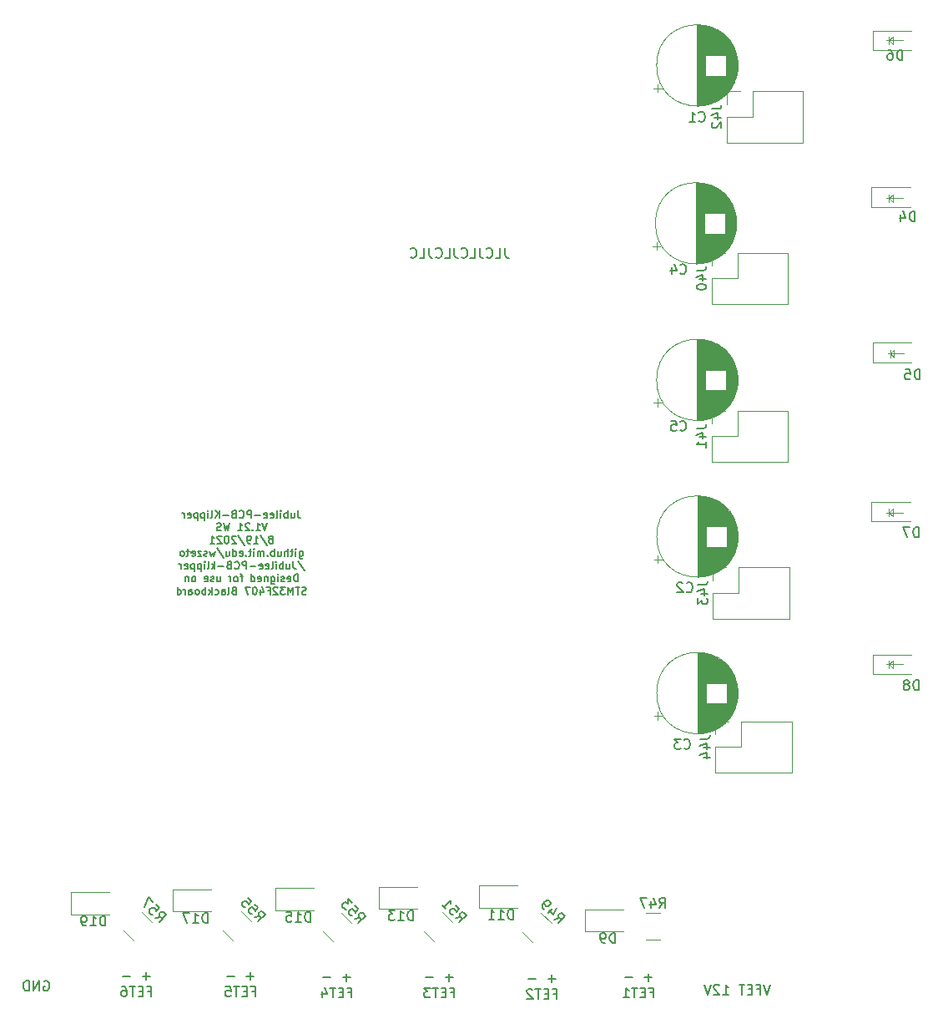
<source format=gbr>
%TF.GenerationSoftware,KiCad,Pcbnew,(5.1.10)-1*%
%TF.CreationDate,2021-08-20T00:09:58-04:00*%
%TF.ProjectId,Back_F407_expansion_board,4261636b-5f46-4343-9037-5f657870616e,rev?*%
%TF.SameCoordinates,Original*%
%TF.FileFunction,Legend,Bot*%
%TF.FilePolarity,Positive*%
%FSLAX46Y46*%
G04 Gerber Fmt 4.6, Leading zero omitted, Abs format (unit mm)*
G04 Created by KiCad (PCBNEW (5.1.10)-1) date 2021-08-20 00:09:58*
%MOMM*%
%LPD*%
G01*
G04 APERTURE LIST*
%ADD10C,0.150000*%
%ADD11C,0.120000*%
G04 APERTURE END LIST*
D10*
X128698047Y-56983380D02*
X128698047Y-57697666D01*
X128745666Y-57840523D01*
X128840904Y-57935761D01*
X128983761Y-57983380D01*
X129079000Y-57983380D01*
X127745666Y-57983380D02*
X128221857Y-57983380D01*
X128221857Y-56983380D01*
X126840904Y-57888142D02*
X126888523Y-57935761D01*
X127031380Y-57983380D01*
X127126619Y-57983380D01*
X127269476Y-57935761D01*
X127364714Y-57840523D01*
X127412333Y-57745285D01*
X127459952Y-57554809D01*
X127459952Y-57411952D01*
X127412333Y-57221476D01*
X127364714Y-57126238D01*
X127269476Y-57031000D01*
X127126619Y-56983380D01*
X127031380Y-56983380D01*
X126888523Y-57031000D01*
X126840904Y-57078619D01*
X126126619Y-56983380D02*
X126126619Y-57697666D01*
X126174238Y-57840523D01*
X126269476Y-57935761D01*
X126412333Y-57983380D01*
X126507571Y-57983380D01*
X125174238Y-57983380D02*
X125650428Y-57983380D01*
X125650428Y-56983380D01*
X124269476Y-57888142D02*
X124317095Y-57935761D01*
X124459952Y-57983380D01*
X124555190Y-57983380D01*
X124698047Y-57935761D01*
X124793285Y-57840523D01*
X124840904Y-57745285D01*
X124888523Y-57554809D01*
X124888523Y-57411952D01*
X124840904Y-57221476D01*
X124793285Y-57126238D01*
X124698047Y-57031000D01*
X124555190Y-56983380D01*
X124459952Y-56983380D01*
X124317095Y-57031000D01*
X124269476Y-57078619D01*
X123555190Y-56983380D02*
X123555190Y-57697666D01*
X123602809Y-57840523D01*
X123698047Y-57935761D01*
X123840904Y-57983380D01*
X123936142Y-57983380D01*
X122602809Y-57983380D02*
X123079000Y-57983380D01*
X123079000Y-56983380D01*
X121698047Y-57888142D02*
X121745666Y-57935761D01*
X121888523Y-57983380D01*
X121983761Y-57983380D01*
X122126619Y-57935761D01*
X122221857Y-57840523D01*
X122269476Y-57745285D01*
X122317095Y-57554809D01*
X122317095Y-57411952D01*
X122269476Y-57221476D01*
X122221857Y-57126238D01*
X122126619Y-57031000D01*
X121983761Y-56983380D01*
X121888523Y-56983380D01*
X121745666Y-57031000D01*
X121698047Y-57078619D01*
X120983761Y-56983380D02*
X120983761Y-57697666D01*
X121031380Y-57840523D01*
X121126619Y-57935761D01*
X121269476Y-57983380D01*
X121364714Y-57983380D01*
X120031380Y-57983380D02*
X120507571Y-57983380D01*
X120507571Y-56983380D01*
X119126619Y-57888142D02*
X119174238Y-57935761D01*
X119317095Y-57983380D01*
X119412333Y-57983380D01*
X119555190Y-57935761D01*
X119650428Y-57840523D01*
X119698047Y-57745285D01*
X119745666Y-57554809D01*
X119745666Y-57411952D01*
X119698047Y-57221476D01*
X119650428Y-57126238D01*
X119555190Y-57031000D01*
X119412333Y-56983380D01*
X119317095Y-56983380D01*
X119174238Y-57031000D01*
X119126619Y-57078619D01*
D11*
X167640000Y-99187000D02*
X168021000Y-99568000D01*
X168021000Y-99568000D02*
X168021000Y-98806000D01*
X167640000Y-99187000D02*
X168021000Y-98806000D01*
X167386000Y-99187000D02*
X169037000Y-99187000D01*
X167640000Y-98806000D02*
X167640000Y-99568000D01*
X167640000Y-83820000D02*
X168021000Y-84201000D01*
X168021000Y-84201000D02*
X168021000Y-83439000D01*
X167640000Y-83820000D02*
X168021000Y-83439000D01*
X167386000Y-83820000D02*
X169037000Y-83820000D01*
X167640000Y-83439000D02*
X167640000Y-84201000D01*
X167767000Y-67691000D02*
X168148000Y-68072000D01*
X168148000Y-68072000D02*
X168148000Y-67310000D01*
X167767000Y-67691000D02*
X168148000Y-67310000D01*
X167513000Y-67691000D02*
X169164000Y-67691000D01*
X167767000Y-67310000D02*
X167767000Y-68072000D01*
X167640000Y-51943000D02*
X168021000Y-52324000D01*
X168021000Y-52324000D02*
X168021000Y-51562000D01*
X167640000Y-51943000D02*
X168021000Y-51562000D01*
X167386000Y-51943000D02*
X169037000Y-51943000D01*
X167640000Y-51562000D02*
X167640000Y-52324000D01*
X167386000Y-35941000D02*
X169037000Y-35941000D01*
X167640000Y-35560000D02*
X167640000Y-36322000D01*
X168021000Y-36322000D02*
X168021000Y-35560000D01*
X167640000Y-35941000D02*
X168021000Y-36322000D01*
X167640000Y-35941000D02*
X168021000Y-35560000D01*
D10*
X107696000Y-83587714D02*
X107696000Y-84132000D01*
X107732285Y-84240857D01*
X107804857Y-84313428D01*
X107913714Y-84349714D01*
X107986285Y-84349714D01*
X107006571Y-83841714D02*
X107006571Y-84349714D01*
X107333142Y-83841714D02*
X107333142Y-84240857D01*
X107296857Y-84313428D01*
X107224285Y-84349714D01*
X107115428Y-84349714D01*
X107042857Y-84313428D01*
X107006571Y-84277142D01*
X106643714Y-84349714D02*
X106643714Y-83587714D01*
X106643714Y-83878000D02*
X106571142Y-83841714D01*
X106426000Y-83841714D01*
X106353428Y-83878000D01*
X106317142Y-83914285D01*
X106280857Y-83986857D01*
X106280857Y-84204571D01*
X106317142Y-84277142D01*
X106353428Y-84313428D01*
X106426000Y-84349714D01*
X106571142Y-84349714D01*
X106643714Y-84313428D01*
X105954285Y-84349714D02*
X105954285Y-83841714D01*
X105954285Y-83587714D02*
X105990571Y-83624000D01*
X105954285Y-83660285D01*
X105918000Y-83624000D01*
X105954285Y-83587714D01*
X105954285Y-83660285D01*
X105482571Y-84349714D02*
X105555142Y-84313428D01*
X105591428Y-84240857D01*
X105591428Y-83587714D01*
X104902000Y-84313428D02*
X104974571Y-84349714D01*
X105119714Y-84349714D01*
X105192285Y-84313428D01*
X105228571Y-84240857D01*
X105228571Y-83950571D01*
X105192285Y-83878000D01*
X105119714Y-83841714D01*
X104974571Y-83841714D01*
X104902000Y-83878000D01*
X104865714Y-83950571D01*
X104865714Y-84023142D01*
X105228571Y-84095714D01*
X104248857Y-84313428D02*
X104321428Y-84349714D01*
X104466571Y-84349714D01*
X104539142Y-84313428D01*
X104575428Y-84240857D01*
X104575428Y-83950571D01*
X104539142Y-83878000D01*
X104466571Y-83841714D01*
X104321428Y-83841714D01*
X104248857Y-83878000D01*
X104212571Y-83950571D01*
X104212571Y-84023142D01*
X104575428Y-84095714D01*
X103886000Y-84059428D02*
X103305428Y-84059428D01*
X102942571Y-84349714D02*
X102942571Y-83587714D01*
X102652285Y-83587714D01*
X102579714Y-83624000D01*
X102543428Y-83660285D01*
X102507142Y-83732857D01*
X102507142Y-83841714D01*
X102543428Y-83914285D01*
X102579714Y-83950571D01*
X102652285Y-83986857D01*
X102942571Y-83986857D01*
X101745142Y-84277142D02*
X101781428Y-84313428D01*
X101890285Y-84349714D01*
X101962857Y-84349714D01*
X102071714Y-84313428D01*
X102144285Y-84240857D01*
X102180571Y-84168285D01*
X102216857Y-84023142D01*
X102216857Y-83914285D01*
X102180571Y-83769142D01*
X102144285Y-83696571D01*
X102071714Y-83624000D01*
X101962857Y-83587714D01*
X101890285Y-83587714D01*
X101781428Y-83624000D01*
X101745142Y-83660285D01*
X101164571Y-83950571D02*
X101055714Y-83986857D01*
X101019428Y-84023142D01*
X100983142Y-84095714D01*
X100983142Y-84204571D01*
X101019428Y-84277142D01*
X101055714Y-84313428D01*
X101128285Y-84349714D01*
X101418571Y-84349714D01*
X101418571Y-83587714D01*
X101164571Y-83587714D01*
X101092000Y-83624000D01*
X101055714Y-83660285D01*
X101019428Y-83732857D01*
X101019428Y-83805428D01*
X101055714Y-83878000D01*
X101092000Y-83914285D01*
X101164571Y-83950571D01*
X101418571Y-83950571D01*
X100656571Y-84059428D02*
X100076000Y-84059428D01*
X99713142Y-84349714D02*
X99713142Y-83587714D01*
X99277714Y-84349714D02*
X99604285Y-83914285D01*
X99277714Y-83587714D02*
X99713142Y-84023142D01*
X98842285Y-84349714D02*
X98914857Y-84313428D01*
X98951142Y-84240857D01*
X98951142Y-83587714D01*
X98552000Y-84349714D02*
X98552000Y-83841714D01*
X98552000Y-83587714D02*
X98588285Y-83624000D01*
X98552000Y-83660285D01*
X98515714Y-83624000D01*
X98552000Y-83587714D01*
X98552000Y-83660285D01*
X98189142Y-83841714D02*
X98189142Y-84603714D01*
X98189142Y-83878000D02*
X98116571Y-83841714D01*
X97971428Y-83841714D01*
X97898857Y-83878000D01*
X97862571Y-83914285D01*
X97826285Y-83986857D01*
X97826285Y-84204571D01*
X97862571Y-84277142D01*
X97898857Y-84313428D01*
X97971428Y-84349714D01*
X98116571Y-84349714D01*
X98189142Y-84313428D01*
X97499714Y-83841714D02*
X97499714Y-84603714D01*
X97499714Y-83878000D02*
X97427142Y-83841714D01*
X97282000Y-83841714D01*
X97209428Y-83878000D01*
X97173142Y-83914285D01*
X97136857Y-83986857D01*
X97136857Y-84204571D01*
X97173142Y-84277142D01*
X97209428Y-84313428D01*
X97282000Y-84349714D01*
X97427142Y-84349714D01*
X97499714Y-84313428D01*
X96520000Y-84313428D02*
X96592571Y-84349714D01*
X96737714Y-84349714D01*
X96810285Y-84313428D01*
X96846571Y-84240857D01*
X96846571Y-83950571D01*
X96810285Y-83878000D01*
X96737714Y-83841714D01*
X96592571Y-83841714D01*
X96520000Y-83878000D01*
X96483714Y-83950571D01*
X96483714Y-84023142D01*
X96846571Y-84095714D01*
X96157142Y-84349714D02*
X96157142Y-83841714D01*
X96157142Y-83986857D02*
X96120857Y-83914285D01*
X96084571Y-83878000D01*
X96012000Y-83841714D01*
X95939428Y-83841714D01*
X104593571Y-84880714D02*
X104339571Y-85642714D01*
X104085571Y-84880714D01*
X103432428Y-85642714D02*
X103867857Y-85642714D01*
X103650142Y-85642714D02*
X103650142Y-84880714D01*
X103722714Y-84989571D01*
X103795285Y-85062142D01*
X103867857Y-85098428D01*
X103105857Y-85570142D02*
X103069571Y-85606428D01*
X103105857Y-85642714D01*
X103142142Y-85606428D01*
X103105857Y-85570142D01*
X103105857Y-85642714D01*
X102779285Y-84953285D02*
X102743000Y-84917000D01*
X102670428Y-84880714D01*
X102489000Y-84880714D01*
X102416428Y-84917000D01*
X102380142Y-84953285D01*
X102343857Y-85025857D01*
X102343857Y-85098428D01*
X102380142Y-85207285D01*
X102815571Y-85642714D01*
X102343857Y-85642714D01*
X101618142Y-85642714D02*
X102053571Y-85642714D01*
X101835857Y-85642714D02*
X101835857Y-84880714D01*
X101908428Y-84989571D01*
X101981000Y-85062142D01*
X102053571Y-85098428D01*
X100783571Y-84880714D02*
X100602142Y-85642714D01*
X100457000Y-85098428D01*
X100311857Y-85642714D01*
X100130428Y-84880714D01*
X99876428Y-85606428D02*
X99767571Y-85642714D01*
X99586142Y-85642714D01*
X99513571Y-85606428D01*
X99477285Y-85570142D01*
X99441000Y-85497571D01*
X99441000Y-85425000D01*
X99477285Y-85352428D01*
X99513571Y-85316142D01*
X99586142Y-85279857D01*
X99731285Y-85243571D01*
X99803857Y-85207285D01*
X99840142Y-85171000D01*
X99876428Y-85098428D01*
X99876428Y-85025857D01*
X99840142Y-84953285D01*
X99803857Y-84917000D01*
X99731285Y-84880714D01*
X99549857Y-84880714D01*
X99441000Y-84917000D01*
X105029000Y-86500285D02*
X105101571Y-86464000D01*
X105137857Y-86427714D01*
X105174142Y-86355142D01*
X105174142Y-86318857D01*
X105137857Y-86246285D01*
X105101571Y-86210000D01*
X105029000Y-86173714D01*
X104883857Y-86173714D01*
X104811285Y-86210000D01*
X104775000Y-86246285D01*
X104738714Y-86318857D01*
X104738714Y-86355142D01*
X104775000Y-86427714D01*
X104811285Y-86464000D01*
X104883857Y-86500285D01*
X105029000Y-86500285D01*
X105101571Y-86536571D01*
X105137857Y-86572857D01*
X105174142Y-86645428D01*
X105174142Y-86790571D01*
X105137857Y-86863142D01*
X105101571Y-86899428D01*
X105029000Y-86935714D01*
X104883857Y-86935714D01*
X104811285Y-86899428D01*
X104775000Y-86863142D01*
X104738714Y-86790571D01*
X104738714Y-86645428D01*
X104775000Y-86572857D01*
X104811285Y-86536571D01*
X104883857Y-86500285D01*
X103867857Y-86137428D02*
X104521000Y-87117142D01*
X103214714Y-86935714D02*
X103650142Y-86935714D01*
X103432428Y-86935714D02*
X103432428Y-86173714D01*
X103505000Y-86282571D01*
X103577571Y-86355142D01*
X103650142Y-86391428D01*
X102851857Y-86935714D02*
X102706714Y-86935714D01*
X102634142Y-86899428D01*
X102597857Y-86863142D01*
X102525285Y-86754285D01*
X102489000Y-86609142D01*
X102489000Y-86318857D01*
X102525285Y-86246285D01*
X102561571Y-86210000D01*
X102634142Y-86173714D01*
X102779285Y-86173714D01*
X102851857Y-86210000D01*
X102888142Y-86246285D01*
X102924428Y-86318857D01*
X102924428Y-86500285D01*
X102888142Y-86572857D01*
X102851857Y-86609142D01*
X102779285Y-86645428D01*
X102634142Y-86645428D01*
X102561571Y-86609142D01*
X102525285Y-86572857D01*
X102489000Y-86500285D01*
X101618142Y-86137428D02*
X102271285Y-87117142D01*
X101400428Y-86246285D02*
X101364142Y-86210000D01*
X101291571Y-86173714D01*
X101110142Y-86173714D01*
X101037571Y-86210000D01*
X101001285Y-86246285D01*
X100965000Y-86318857D01*
X100965000Y-86391428D01*
X101001285Y-86500285D01*
X101436714Y-86935714D01*
X100965000Y-86935714D01*
X100493285Y-86173714D02*
X100420714Y-86173714D01*
X100348142Y-86210000D01*
X100311857Y-86246285D01*
X100275571Y-86318857D01*
X100239285Y-86464000D01*
X100239285Y-86645428D01*
X100275571Y-86790571D01*
X100311857Y-86863142D01*
X100348142Y-86899428D01*
X100420714Y-86935714D01*
X100493285Y-86935714D01*
X100565857Y-86899428D01*
X100602142Y-86863142D01*
X100638428Y-86790571D01*
X100674714Y-86645428D01*
X100674714Y-86464000D01*
X100638428Y-86318857D01*
X100602142Y-86246285D01*
X100565857Y-86210000D01*
X100493285Y-86173714D01*
X99949000Y-86246285D02*
X99912714Y-86210000D01*
X99840142Y-86173714D01*
X99658714Y-86173714D01*
X99586142Y-86210000D01*
X99549857Y-86246285D01*
X99513571Y-86318857D01*
X99513571Y-86391428D01*
X99549857Y-86500285D01*
X99985285Y-86935714D01*
X99513571Y-86935714D01*
X98787857Y-86935714D02*
X99223285Y-86935714D01*
X99005571Y-86935714D02*
X99005571Y-86173714D01*
X99078142Y-86282571D01*
X99150714Y-86355142D01*
X99223285Y-86391428D01*
X107841142Y-87720714D02*
X107841142Y-88337571D01*
X107877428Y-88410142D01*
X107913714Y-88446428D01*
X107986285Y-88482714D01*
X108095142Y-88482714D01*
X108167714Y-88446428D01*
X107841142Y-88192428D02*
X107913714Y-88228714D01*
X108058857Y-88228714D01*
X108131428Y-88192428D01*
X108167714Y-88156142D01*
X108204000Y-88083571D01*
X108204000Y-87865857D01*
X108167714Y-87793285D01*
X108131428Y-87757000D01*
X108058857Y-87720714D01*
X107913714Y-87720714D01*
X107841142Y-87757000D01*
X107478285Y-88228714D02*
X107478285Y-87720714D01*
X107478285Y-87466714D02*
X107514571Y-87503000D01*
X107478285Y-87539285D01*
X107442000Y-87503000D01*
X107478285Y-87466714D01*
X107478285Y-87539285D01*
X107224285Y-87720714D02*
X106934000Y-87720714D01*
X107115428Y-87466714D02*
X107115428Y-88119857D01*
X107079142Y-88192428D01*
X107006571Y-88228714D01*
X106934000Y-88228714D01*
X106680000Y-88228714D02*
X106680000Y-87466714D01*
X106353428Y-88228714D02*
X106353428Y-87829571D01*
X106389714Y-87757000D01*
X106462285Y-87720714D01*
X106571142Y-87720714D01*
X106643714Y-87757000D01*
X106680000Y-87793285D01*
X105664000Y-87720714D02*
X105664000Y-88228714D01*
X105990571Y-87720714D02*
X105990571Y-88119857D01*
X105954285Y-88192428D01*
X105881714Y-88228714D01*
X105772857Y-88228714D01*
X105700285Y-88192428D01*
X105664000Y-88156142D01*
X105301142Y-88228714D02*
X105301142Y-87466714D01*
X105301142Y-87757000D02*
X105228571Y-87720714D01*
X105083428Y-87720714D01*
X105010857Y-87757000D01*
X104974571Y-87793285D01*
X104938285Y-87865857D01*
X104938285Y-88083571D01*
X104974571Y-88156142D01*
X105010857Y-88192428D01*
X105083428Y-88228714D01*
X105228571Y-88228714D01*
X105301142Y-88192428D01*
X104611714Y-88156142D02*
X104575428Y-88192428D01*
X104611714Y-88228714D01*
X104648000Y-88192428D01*
X104611714Y-88156142D01*
X104611714Y-88228714D01*
X104248857Y-88228714D02*
X104248857Y-87720714D01*
X104248857Y-87793285D02*
X104212571Y-87757000D01*
X104140000Y-87720714D01*
X104031142Y-87720714D01*
X103958571Y-87757000D01*
X103922285Y-87829571D01*
X103922285Y-88228714D01*
X103922285Y-87829571D02*
X103886000Y-87757000D01*
X103813428Y-87720714D01*
X103704571Y-87720714D01*
X103632000Y-87757000D01*
X103595714Y-87829571D01*
X103595714Y-88228714D01*
X103232857Y-88228714D02*
X103232857Y-87720714D01*
X103232857Y-87466714D02*
X103269142Y-87503000D01*
X103232857Y-87539285D01*
X103196571Y-87503000D01*
X103232857Y-87466714D01*
X103232857Y-87539285D01*
X102978857Y-87720714D02*
X102688571Y-87720714D01*
X102870000Y-87466714D02*
X102870000Y-88119857D01*
X102833714Y-88192428D01*
X102761142Y-88228714D01*
X102688571Y-88228714D01*
X102434571Y-88156142D02*
X102398285Y-88192428D01*
X102434571Y-88228714D01*
X102470857Y-88192428D01*
X102434571Y-88156142D01*
X102434571Y-88228714D01*
X101781428Y-88192428D02*
X101854000Y-88228714D01*
X101999142Y-88228714D01*
X102071714Y-88192428D01*
X102108000Y-88119857D01*
X102108000Y-87829571D01*
X102071714Y-87757000D01*
X101999142Y-87720714D01*
X101854000Y-87720714D01*
X101781428Y-87757000D01*
X101745142Y-87829571D01*
X101745142Y-87902142D01*
X102108000Y-87974714D01*
X101092000Y-88228714D02*
X101092000Y-87466714D01*
X101092000Y-88192428D02*
X101164571Y-88228714D01*
X101309714Y-88228714D01*
X101382285Y-88192428D01*
X101418571Y-88156142D01*
X101454857Y-88083571D01*
X101454857Y-87865857D01*
X101418571Y-87793285D01*
X101382285Y-87757000D01*
X101309714Y-87720714D01*
X101164571Y-87720714D01*
X101092000Y-87757000D01*
X100402571Y-87720714D02*
X100402571Y-88228714D01*
X100729142Y-87720714D02*
X100729142Y-88119857D01*
X100692857Y-88192428D01*
X100620285Y-88228714D01*
X100511428Y-88228714D01*
X100438857Y-88192428D01*
X100402571Y-88156142D01*
X99495428Y-87430428D02*
X100148571Y-88410142D01*
X99314000Y-87720714D02*
X99168857Y-88228714D01*
X99023714Y-87865857D01*
X98878571Y-88228714D01*
X98733428Y-87720714D01*
X98479428Y-88192428D02*
X98406857Y-88228714D01*
X98261714Y-88228714D01*
X98189142Y-88192428D01*
X98152857Y-88119857D01*
X98152857Y-88083571D01*
X98189142Y-88011000D01*
X98261714Y-87974714D01*
X98370571Y-87974714D01*
X98443142Y-87938428D01*
X98479428Y-87865857D01*
X98479428Y-87829571D01*
X98443142Y-87757000D01*
X98370571Y-87720714D01*
X98261714Y-87720714D01*
X98189142Y-87757000D01*
X97898857Y-87720714D02*
X97499714Y-87720714D01*
X97898857Y-88228714D01*
X97499714Y-88228714D01*
X96919142Y-88192428D02*
X96991714Y-88228714D01*
X97136857Y-88228714D01*
X97209428Y-88192428D01*
X97245714Y-88119857D01*
X97245714Y-87829571D01*
X97209428Y-87757000D01*
X97136857Y-87720714D01*
X96991714Y-87720714D01*
X96919142Y-87757000D01*
X96882857Y-87829571D01*
X96882857Y-87902142D01*
X97245714Y-87974714D01*
X96665142Y-87720714D02*
X96374857Y-87720714D01*
X96556285Y-87466714D02*
X96556285Y-88119857D01*
X96520000Y-88192428D01*
X96447428Y-88228714D01*
X96374857Y-88228714D01*
X96012000Y-88228714D02*
X96084571Y-88192428D01*
X96120857Y-88156142D01*
X96157142Y-88083571D01*
X96157142Y-87865857D01*
X96120857Y-87793285D01*
X96084571Y-87757000D01*
X96012000Y-87720714D01*
X95903142Y-87720714D01*
X95830571Y-87757000D01*
X95794285Y-87793285D01*
X95758000Y-87865857D01*
X95758000Y-88083571D01*
X95794285Y-88156142D01*
X95830571Y-88192428D01*
X95903142Y-88228714D01*
X96012000Y-88228714D01*
X107696000Y-88723428D02*
X108349142Y-89703142D01*
X107224285Y-88759714D02*
X107224285Y-89304000D01*
X107260571Y-89412857D01*
X107333142Y-89485428D01*
X107442000Y-89521714D01*
X107514571Y-89521714D01*
X106534857Y-89013714D02*
X106534857Y-89521714D01*
X106861428Y-89013714D02*
X106861428Y-89412857D01*
X106825142Y-89485428D01*
X106752571Y-89521714D01*
X106643714Y-89521714D01*
X106571142Y-89485428D01*
X106534857Y-89449142D01*
X106172000Y-89521714D02*
X106172000Y-88759714D01*
X106172000Y-89050000D02*
X106099428Y-89013714D01*
X105954285Y-89013714D01*
X105881714Y-89050000D01*
X105845428Y-89086285D01*
X105809142Y-89158857D01*
X105809142Y-89376571D01*
X105845428Y-89449142D01*
X105881714Y-89485428D01*
X105954285Y-89521714D01*
X106099428Y-89521714D01*
X106172000Y-89485428D01*
X105482571Y-89521714D02*
X105482571Y-89013714D01*
X105482571Y-88759714D02*
X105518857Y-88796000D01*
X105482571Y-88832285D01*
X105446285Y-88796000D01*
X105482571Y-88759714D01*
X105482571Y-88832285D01*
X105010857Y-89521714D02*
X105083428Y-89485428D01*
X105119714Y-89412857D01*
X105119714Y-88759714D01*
X104430285Y-89485428D02*
X104502857Y-89521714D01*
X104648000Y-89521714D01*
X104720571Y-89485428D01*
X104756857Y-89412857D01*
X104756857Y-89122571D01*
X104720571Y-89050000D01*
X104648000Y-89013714D01*
X104502857Y-89013714D01*
X104430285Y-89050000D01*
X104394000Y-89122571D01*
X104394000Y-89195142D01*
X104756857Y-89267714D01*
X103777142Y-89485428D02*
X103849714Y-89521714D01*
X103994857Y-89521714D01*
X104067428Y-89485428D01*
X104103714Y-89412857D01*
X104103714Y-89122571D01*
X104067428Y-89050000D01*
X103994857Y-89013714D01*
X103849714Y-89013714D01*
X103777142Y-89050000D01*
X103740857Y-89122571D01*
X103740857Y-89195142D01*
X104103714Y-89267714D01*
X103414285Y-89231428D02*
X102833714Y-89231428D01*
X102470857Y-89521714D02*
X102470857Y-88759714D01*
X102180571Y-88759714D01*
X102108000Y-88796000D01*
X102071714Y-88832285D01*
X102035428Y-88904857D01*
X102035428Y-89013714D01*
X102071714Y-89086285D01*
X102108000Y-89122571D01*
X102180571Y-89158857D01*
X102470857Y-89158857D01*
X101273428Y-89449142D02*
X101309714Y-89485428D01*
X101418571Y-89521714D01*
X101491142Y-89521714D01*
X101600000Y-89485428D01*
X101672571Y-89412857D01*
X101708857Y-89340285D01*
X101745142Y-89195142D01*
X101745142Y-89086285D01*
X101708857Y-88941142D01*
X101672571Y-88868571D01*
X101600000Y-88796000D01*
X101491142Y-88759714D01*
X101418571Y-88759714D01*
X101309714Y-88796000D01*
X101273428Y-88832285D01*
X100692857Y-89122571D02*
X100584000Y-89158857D01*
X100547714Y-89195142D01*
X100511428Y-89267714D01*
X100511428Y-89376571D01*
X100547714Y-89449142D01*
X100584000Y-89485428D01*
X100656571Y-89521714D01*
X100946857Y-89521714D01*
X100946857Y-88759714D01*
X100692857Y-88759714D01*
X100620285Y-88796000D01*
X100584000Y-88832285D01*
X100547714Y-88904857D01*
X100547714Y-88977428D01*
X100584000Y-89050000D01*
X100620285Y-89086285D01*
X100692857Y-89122571D01*
X100946857Y-89122571D01*
X100184857Y-89231428D02*
X99604285Y-89231428D01*
X99241428Y-89521714D02*
X99241428Y-88759714D01*
X99168857Y-89231428D02*
X98951142Y-89521714D01*
X98951142Y-89013714D02*
X99241428Y-89304000D01*
X98515714Y-89521714D02*
X98588285Y-89485428D01*
X98624571Y-89412857D01*
X98624571Y-88759714D01*
X98225428Y-89521714D02*
X98225428Y-89013714D01*
X98225428Y-88759714D02*
X98261714Y-88796000D01*
X98225428Y-88832285D01*
X98189142Y-88796000D01*
X98225428Y-88759714D01*
X98225428Y-88832285D01*
X97862571Y-89013714D02*
X97862571Y-89775714D01*
X97862571Y-89050000D02*
X97790000Y-89013714D01*
X97644857Y-89013714D01*
X97572285Y-89050000D01*
X97536000Y-89086285D01*
X97499714Y-89158857D01*
X97499714Y-89376571D01*
X97536000Y-89449142D01*
X97572285Y-89485428D01*
X97644857Y-89521714D01*
X97790000Y-89521714D01*
X97862571Y-89485428D01*
X97173142Y-89013714D02*
X97173142Y-89775714D01*
X97173142Y-89050000D02*
X97100571Y-89013714D01*
X96955428Y-89013714D01*
X96882857Y-89050000D01*
X96846571Y-89086285D01*
X96810285Y-89158857D01*
X96810285Y-89376571D01*
X96846571Y-89449142D01*
X96882857Y-89485428D01*
X96955428Y-89521714D01*
X97100571Y-89521714D01*
X97173142Y-89485428D01*
X96193428Y-89485428D02*
X96266000Y-89521714D01*
X96411142Y-89521714D01*
X96483714Y-89485428D01*
X96520000Y-89412857D01*
X96520000Y-89122571D01*
X96483714Y-89050000D01*
X96411142Y-89013714D01*
X96266000Y-89013714D01*
X96193428Y-89050000D01*
X96157142Y-89122571D01*
X96157142Y-89195142D01*
X96520000Y-89267714D01*
X95830571Y-89521714D02*
X95830571Y-89013714D01*
X95830571Y-89158857D02*
X95794285Y-89086285D01*
X95758000Y-89050000D01*
X95685428Y-89013714D01*
X95612857Y-89013714D01*
X107696000Y-90814714D02*
X107696000Y-90052714D01*
X107514571Y-90052714D01*
X107405714Y-90089000D01*
X107333142Y-90161571D01*
X107296857Y-90234142D01*
X107260571Y-90379285D01*
X107260571Y-90488142D01*
X107296857Y-90633285D01*
X107333142Y-90705857D01*
X107405714Y-90778428D01*
X107514571Y-90814714D01*
X107696000Y-90814714D01*
X106643714Y-90778428D02*
X106716285Y-90814714D01*
X106861428Y-90814714D01*
X106934000Y-90778428D01*
X106970285Y-90705857D01*
X106970285Y-90415571D01*
X106934000Y-90343000D01*
X106861428Y-90306714D01*
X106716285Y-90306714D01*
X106643714Y-90343000D01*
X106607428Y-90415571D01*
X106607428Y-90488142D01*
X106970285Y-90560714D01*
X106317142Y-90778428D02*
X106244571Y-90814714D01*
X106099428Y-90814714D01*
X106026857Y-90778428D01*
X105990571Y-90705857D01*
X105990571Y-90669571D01*
X106026857Y-90597000D01*
X106099428Y-90560714D01*
X106208285Y-90560714D01*
X106280857Y-90524428D01*
X106317142Y-90451857D01*
X106317142Y-90415571D01*
X106280857Y-90343000D01*
X106208285Y-90306714D01*
X106099428Y-90306714D01*
X106026857Y-90343000D01*
X105664000Y-90814714D02*
X105664000Y-90306714D01*
X105664000Y-90052714D02*
X105700285Y-90089000D01*
X105664000Y-90125285D01*
X105627714Y-90089000D01*
X105664000Y-90052714D01*
X105664000Y-90125285D01*
X104974571Y-90306714D02*
X104974571Y-90923571D01*
X105010857Y-90996142D01*
X105047142Y-91032428D01*
X105119714Y-91068714D01*
X105228571Y-91068714D01*
X105301142Y-91032428D01*
X104974571Y-90778428D02*
X105047142Y-90814714D01*
X105192285Y-90814714D01*
X105264857Y-90778428D01*
X105301142Y-90742142D01*
X105337428Y-90669571D01*
X105337428Y-90451857D01*
X105301142Y-90379285D01*
X105264857Y-90343000D01*
X105192285Y-90306714D01*
X105047142Y-90306714D01*
X104974571Y-90343000D01*
X104611714Y-90306714D02*
X104611714Y-90814714D01*
X104611714Y-90379285D02*
X104575428Y-90343000D01*
X104502857Y-90306714D01*
X104394000Y-90306714D01*
X104321428Y-90343000D01*
X104285142Y-90415571D01*
X104285142Y-90814714D01*
X103632000Y-90778428D02*
X103704571Y-90814714D01*
X103849714Y-90814714D01*
X103922285Y-90778428D01*
X103958571Y-90705857D01*
X103958571Y-90415571D01*
X103922285Y-90343000D01*
X103849714Y-90306714D01*
X103704571Y-90306714D01*
X103632000Y-90343000D01*
X103595714Y-90415571D01*
X103595714Y-90488142D01*
X103958571Y-90560714D01*
X102942571Y-90814714D02*
X102942571Y-90052714D01*
X102942571Y-90778428D02*
X103015142Y-90814714D01*
X103160285Y-90814714D01*
X103232857Y-90778428D01*
X103269142Y-90742142D01*
X103305428Y-90669571D01*
X103305428Y-90451857D01*
X103269142Y-90379285D01*
X103232857Y-90343000D01*
X103160285Y-90306714D01*
X103015142Y-90306714D01*
X102942571Y-90343000D01*
X102108000Y-90306714D02*
X101817714Y-90306714D01*
X101999142Y-90814714D02*
X101999142Y-90161571D01*
X101962857Y-90089000D01*
X101890285Y-90052714D01*
X101817714Y-90052714D01*
X101454857Y-90814714D02*
X101527428Y-90778428D01*
X101563714Y-90742142D01*
X101600000Y-90669571D01*
X101600000Y-90451857D01*
X101563714Y-90379285D01*
X101527428Y-90343000D01*
X101454857Y-90306714D01*
X101346000Y-90306714D01*
X101273428Y-90343000D01*
X101237142Y-90379285D01*
X101200857Y-90451857D01*
X101200857Y-90669571D01*
X101237142Y-90742142D01*
X101273428Y-90778428D01*
X101346000Y-90814714D01*
X101454857Y-90814714D01*
X100874285Y-90814714D02*
X100874285Y-90306714D01*
X100874285Y-90451857D02*
X100838000Y-90379285D01*
X100801714Y-90343000D01*
X100729142Y-90306714D01*
X100656571Y-90306714D01*
X99495428Y-90306714D02*
X99495428Y-90814714D01*
X99822000Y-90306714D02*
X99822000Y-90705857D01*
X99785714Y-90778428D01*
X99713142Y-90814714D01*
X99604285Y-90814714D01*
X99531714Y-90778428D01*
X99495428Y-90742142D01*
X99168857Y-90778428D02*
X99096285Y-90814714D01*
X98951142Y-90814714D01*
X98878571Y-90778428D01*
X98842285Y-90705857D01*
X98842285Y-90669571D01*
X98878571Y-90597000D01*
X98951142Y-90560714D01*
X99060000Y-90560714D01*
X99132571Y-90524428D01*
X99168857Y-90451857D01*
X99168857Y-90415571D01*
X99132571Y-90343000D01*
X99060000Y-90306714D01*
X98951142Y-90306714D01*
X98878571Y-90343000D01*
X98225428Y-90778428D02*
X98298000Y-90814714D01*
X98443142Y-90814714D01*
X98515714Y-90778428D01*
X98552000Y-90705857D01*
X98552000Y-90415571D01*
X98515714Y-90343000D01*
X98443142Y-90306714D01*
X98298000Y-90306714D01*
X98225428Y-90343000D01*
X98189142Y-90415571D01*
X98189142Y-90488142D01*
X98552000Y-90560714D01*
X97173142Y-90814714D02*
X97245714Y-90778428D01*
X97282000Y-90742142D01*
X97318285Y-90669571D01*
X97318285Y-90451857D01*
X97282000Y-90379285D01*
X97245714Y-90343000D01*
X97173142Y-90306714D01*
X97064285Y-90306714D01*
X96991714Y-90343000D01*
X96955428Y-90379285D01*
X96919142Y-90451857D01*
X96919142Y-90669571D01*
X96955428Y-90742142D01*
X96991714Y-90778428D01*
X97064285Y-90814714D01*
X97173142Y-90814714D01*
X96592571Y-90306714D02*
X96592571Y-90814714D01*
X96592571Y-90379285D02*
X96556285Y-90343000D01*
X96483714Y-90306714D01*
X96374857Y-90306714D01*
X96302285Y-90343000D01*
X96266000Y-90415571D01*
X96266000Y-90814714D01*
X108530571Y-92071428D02*
X108421714Y-92107714D01*
X108240285Y-92107714D01*
X108167714Y-92071428D01*
X108131428Y-92035142D01*
X108095142Y-91962571D01*
X108095142Y-91890000D01*
X108131428Y-91817428D01*
X108167714Y-91781142D01*
X108240285Y-91744857D01*
X108385428Y-91708571D01*
X108458000Y-91672285D01*
X108494285Y-91636000D01*
X108530571Y-91563428D01*
X108530571Y-91490857D01*
X108494285Y-91418285D01*
X108458000Y-91382000D01*
X108385428Y-91345714D01*
X108204000Y-91345714D01*
X108095142Y-91382000D01*
X107877428Y-91345714D02*
X107442000Y-91345714D01*
X107659714Y-92107714D02*
X107659714Y-91345714D01*
X107188000Y-92107714D02*
X107188000Y-91345714D01*
X106934000Y-91890000D01*
X106680000Y-91345714D01*
X106680000Y-92107714D01*
X106389714Y-91345714D02*
X105918000Y-91345714D01*
X106172000Y-91636000D01*
X106063142Y-91636000D01*
X105990571Y-91672285D01*
X105954285Y-91708571D01*
X105918000Y-91781142D01*
X105918000Y-91962571D01*
X105954285Y-92035142D01*
X105990571Y-92071428D01*
X106063142Y-92107714D01*
X106280857Y-92107714D01*
X106353428Y-92071428D01*
X106389714Y-92035142D01*
X105627714Y-91418285D02*
X105591428Y-91382000D01*
X105518857Y-91345714D01*
X105337428Y-91345714D01*
X105264857Y-91382000D01*
X105228571Y-91418285D01*
X105192285Y-91490857D01*
X105192285Y-91563428D01*
X105228571Y-91672285D01*
X105664000Y-92107714D01*
X105192285Y-92107714D01*
X104611714Y-91708571D02*
X104865714Y-91708571D01*
X104865714Y-92107714D02*
X104865714Y-91345714D01*
X104502857Y-91345714D01*
X103886000Y-91599714D02*
X103886000Y-92107714D01*
X104067428Y-91309428D02*
X104248857Y-91853714D01*
X103777142Y-91853714D01*
X103341714Y-91345714D02*
X103269142Y-91345714D01*
X103196571Y-91382000D01*
X103160285Y-91418285D01*
X103124000Y-91490857D01*
X103087714Y-91636000D01*
X103087714Y-91817428D01*
X103124000Y-91962571D01*
X103160285Y-92035142D01*
X103196571Y-92071428D01*
X103269142Y-92107714D01*
X103341714Y-92107714D01*
X103414285Y-92071428D01*
X103450571Y-92035142D01*
X103486857Y-91962571D01*
X103523142Y-91817428D01*
X103523142Y-91636000D01*
X103486857Y-91490857D01*
X103450571Y-91418285D01*
X103414285Y-91382000D01*
X103341714Y-91345714D01*
X102833714Y-91345714D02*
X102325714Y-91345714D01*
X102652285Y-92107714D01*
X101200857Y-91708571D02*
X101092000Y-91744857D01*
X101055714Y-91781142D01*
X101019428Y-91853714D01*
X101019428Y-91962571D01*
X101055714Y-92035142D01*
X101092000Y-92071428D01*
X101164571Y-92107714D01*
X101454857Y-92107714D01*
X101454857Y-91345714D01*
X101200857Y-91345714D01*
X101128285Y-91382000D01*
X101092000Y-91418285D01*
X101055714Y-91490857D01*
X101055714Y-91563428D01*
X101092000Y-91636000D01*
X101128285Y-91672285D01*
X101200857Y-91708571D01*
X101454857Y-91708571D01*
X100584000Y-92107714D02*
X100656571Y-92071428D01*
X100692857Y-91998857D01*
X100692857Y-91345714D01*
X99967142Y-92107714D02*
X99967142Y-91708571D01*
X100003428Y-91636000D01*
X100076000Y-91599714D01*
X100221142Y-91599714D01*
X100293714Y-91636000D01*
X99967142Y-92071428D02*
X100039714Y-92107714D01*
X100221142Y-92107714D01*
X100293714Y-92071428D01*
X100330000Y-91998857D01*
X100330000Y-91926285D01*
X100293714Y-91853714D01*
X100221142Y-91817428D01*
X100039714Y-91817428D01*
X99967142Y-91781142D01*
X99277714Y-92071428D02*
X99350285Y-92107714D01*
X99495428Y-92107714D01*
X99568000Y-92071428D01*
X99604285Y-92035142D01*
X99640571Y-91962571D01*
X99640571Y-91744857D01*
X99604285Y-91672285D01*
X99568000Y-91636000D01*
X99495428Y-91599714D01*
X99350285Y-91599714D01*
X99277714Y-91636000D01*
X98951142Y-92107714D02*
X98951142Y-91345714D01*
X98878571Y-91817428D02*
X98660857Y-92107714D01*
X98660857Y-91599714D02*
X98951142Y-91890000D01*
X98334285Y-92107714D02*
X98334285Y-91345714D01*
X98334285Y-91636000D02*
X98261714Y-91599714D01*
X98116571Y-91599714D01*
X98044000Y-91636000D01*
X98007714Y-91672285D01*
X97971428Y-91744857D01*
X97971428Y-91962571D01*
X98007714Y-92035142D01*
X98044000Y-92071428D01*
X98116571Y-92107714D01*
X98261714Y-92107714D01*
X98334285Y-92071428D01*
X97536000Y-92107714D02*
X97608571Y-92071428D01*
X97644857Y-92035142D01*
X97681142Y-91962571D01*
X97681142Y-91744857D01*
X97644857Y-91672285D01*
X97608571Y-91636000D01*
X97536000Y-91599714D01*
X97427142Y-91599714D01*
X97354571Y-91636000D01*
X97318285Y-91672285D01*
X97282000Y-91744857D01*
X97282000Y-91962571D01*
X97318285Y-92035142D01*
X97354571Y-92071428D01*
X97427142Y-92107714D01*
X97536000Y-92107714D01*
X96628857Y-92107714D02*
X96628857Y-91708571D01*
X96665142Y-91636000D01*
X96737714Y-91599714D01*
X96882857Y-91599714D01*
X96955428Y-91636000D01*
X96628857Y-92071428D02*
X96701428Y-92107714D01*
X96882857Y-92107714D01*
X96955428Y-92071428D01*
X96991714Y-91998857D01*
X96991714Y-91926285D01*
X96955428Y-91853714D01*
X96882857Y-91817428D01*
X96701428Y-91817428D01*
X96628857Y-91781142D01*
X96266000Y-92107714D02*
X96266000Y-91599714D01*
X96266000Y-91744857D02*
X96229714Y-91672285D01*
X96193428Y-91636000D01*
X96120857Y-91599714D01*
X96048285Y-91599714D01*
X95467714Y-92107714D02*
X95467714Y-91345714D01*
X95467714Y-92071428D02*
X95540285Y-92107714D01*
X95685428Y-92107714D01*
X95758000Y-92071428D01*
X95794285Y-92035142D01*
X95830571Y-91962571D01*
X95830571Y-91744857D01*
X95794285Y-91672285D01*
X95758000Y-91636000D01*
X95685428Y-91599714D01*
X95540285Y-91599714D01*
X95467714Y-91636000D01*
X81914904Y-131326000D02*
X82010142Y-131278380D01*
X82153000Y-131278380D01*
X82295857Y-131326000D01*
X82391095Y-131421238D01*
X82438714Y-131516476D01*
X82486333Y-131706952D01*
X82486333Y-131849809D01*
X82438714Y-132040285D01*
X82391095Y-132135523D01*
X82295857Y-132230761D01*
X82153000Y-132278380D01*
X82057761Y-132278380D01*
X81914904Y-132230761D01*
X81867285Y-132183142D01*
X81867285Y-131849809D01*
X82057761Y-131849809D01*
X81438714Y-132278380D02*
X81438714Y-131278380D01*
X80867285Y-132278380D01*
X80867285Y-131278380D01*
X80391095Y-132278380D02*
X80391095Y-131278380D01*
X80153000Y-131278380D01*
X80010142Y-131326000D01*
X79914904Y-131421238D01*
X79867285Y-131516476D01*
X79819666Y-131706952D01*
X79819666Y-131849809D01*
X79867285Y-132040285D01*
X79914904Y-132135523D01*
X80010142Y-132230761D01*
X80153000Y-132278380D01*
X80391095Y-132278380D01*
X92693952Y-130818428D02*
X91932047Y-130818428D01*
X92313000Y-131199380D02*
X92313000Y-130437476D01*
X90693952Y-130818428D02*
X89932047Y-130818428D01*
X92479666Y-132325571D02*
X92813000Y-132325571D01*
X92813000Y-132849380D02*
X92813000Y-131849380D01*
X92336809Y-131849380D01*
X91955857Y-132325571D02*
X91622523Y-132325571D01*
X91479666Y-132849380D02*
X91955857Y-132849380D01*
X91955857Y-131849380D01*
X91479666Y-131849380D01*
X91193952Y-131849380D02*
X90622523Y-131849380D01*
X90908238Y-132849380D02*
X90908238Y-131849380D01*
X89860619Y-131849380D02*
X90051095Y-131849380D01*
X90146333Y-131897000D01*
X90193952Y-131944619D01*
X90289190Y-132087476D01*
X90336809Y-132277952D01*
X90336809Y-132658904D01*
X90289190Y-132754142D01*
X90241571Y-132801761D01*
X90146333Y-132849380D01*
X89955857Y-132849380D01*
X89860619Y-132801761D01*
X89813000Y-132754142D01*
X89765380Y-132658904D01*
X89765380Y-132420809D01*
X89813000Y-132325571D01*
X89860619Y-132277952D01*
X89955857Y-132230333D01*
X90146333Y-132230333D01*
X90241571Y-132277952D01*
X90289190Y-132325571D01*
X90336809Y-132420809D01*
X103234952Y-130818428D02*
X102473047Y-130818428D01*
X102854000Y-131199380D02*
X102854000Y-130437476D01*
X101234952Y-130818428D02*
X100473047Y-130818428D01*
X103020666Y-132325571D02*
X103354000Y-132325571D01*
X103354000Y-132849380D02*
X103354000Y-131849380D01*
X102877809Y-131849380D01*
X102496857Y-132325571D02*
X102163523Y-132325571D01*
X102020666Y-132849380D02*
X102496857Y-132849380D01*
X102496857Y-131849380D01*
X102020666Y-131849380D01*
X101734952Y-131849380D02*
X101163523Y-131849380D01*
X101449238Y-132849380D02*
X101449238Y-131849380D01*
X100354000Y-131849380D02*
X100830190Y-131849380D01*
X100877809Y-132325571D01*
X100830190Y-132277952D01*
X100734952Y-132230333D01*
X100496857Y-132230333D01*
X100401619Y-132277952D01*
X100354000Y-132325571D01*
X100306380Y-132420809D01*
X100306380Y-132658904D01*
X100354000Y-132754142D01*
X100401619Y-132801761D01*
X100496857Y-132849380D01*
X100734952Y-132849380D01*
X100830190Y-132801761D01*
X100877809Y-132754142D01*
X113013952Y-130945428D02*
X112252047Y-130945428D01*
X112633000Y-131326380D02*
X112633000Y-130564476D01*
X111013952Y-130945428D02*
X110252047Y-130945428D01*
X112799666Y-132452571D02*
X113133000Y-132452571D01*
X113133000Y-132976380D02*
X113133000Y-131976380D01*
X112656809Y-131976380D01*
X112275857Y-132452571D02*
X111942523Y-132452571D01*
X111799666Y-132976380D02*
X112275857Y-132976380D01*
X112275857Y-131976380D01*
X111799666Y-131976380D01*
X111513952Y-131976380D02*
X110942523Y-131976380D01*
X111228238Y-132976380D02*
X111228238Y-131976380D01*
X110180619Y-132309714D02*
X110180619Y-132976380D01*
X110418714Y-131928761D02*
X110656809Y-132643047D01*
X110037761Y-132643047D01*
X123427952Y-130945428D02*
X122666047Y-130945428D01*
X123047000Y-131326380D02*
X123047000Y-130564476D01*
X121427952Y-130945428D02*
X120666047Y-130945428D01*
X123213666Y-132452571D02*
X123547000Y-132452571D01*
X123547000Y-132976380D02*
X123547000Y-131976380D01*
X123070809Y-131976380D01*
X122689857Y-132452571D02*
X122356523Y-132452571D01*
X122213666Y-132976380D02*
X122689857Y-132976380D01*
X122689857Y-131976380D01*
X122213666Y-131976380D01*
X121927952Y-131976380D02*
X121356523Y-131976380D01*
X121642238Y-132976380D02*
X121642238Y-131976380D01*
X121118428Y-131976380D02*
X120499380Y-131976380D01*
X120832714Y-132357333D01*
X120689857Y-132357333D01*
X120594619Y-132404952D01*
X120547000Y-132452571D01*
X120499380Y-132547809D01*
X120499380Y-132785904D01*
X120547000Y-132881142D01*
X120594619Y-132928761D01*
X120689857Y-132976380D01*
X120975571Y-132976380D01*
X121070809Y-132928761D01*
X121118428Y-132881142D01*
X133841952Y-131072428D02*
X133080047Y-131072428D01*
X133461000Y-131453380D02*
X133461000Y-130691476D01*
X131841952Y-131072428D02*
X131080047Y-131072428D01*
X133627666Y-132579571D02*
X133961000Y-132579571D01*
X133961000Y-133103380D02*
X133961000Y-132103380D01*
X133484809Y-132103380D01*
X133103857Y-132579571D02*
X132770523Y-132579571D01*
X132627666Y-133103380D02*
X133103857Y-133103380D01*
X133103857Y-132103380D01*
X132627666Y-132103380D01*
X132341952Y-132103380D02*
X131770523Y-132103380D01*
X132056238Y-133103380D02*
X132056238Y-132103380D01*
X131484809Y-132198619D02*
X131437190Y-132151000D01*
X131341952Y-132103380D01*
X131103857Y-132103380D01*
X131008619Y-132151000D01*
X130961000Y-132198619D01*
X130913380Y-132293857D01*
X130913380Y-132389095D01*
X130961000Y-132531952D01*
X131532428Y-133103380D01*
X130913380Y-133103380D01*
X143620952Y-130945428D02*
X142859047Y-130945428D01*
X143240000Y-131326380D02*
X143240000Y-130564476D01*
X141620952Y-130945428D02*
X140859047Y-130945428D01*
X143406666Y-132452571D02*
X143740000Y-132452571D01*
X143740000Y-132976380D02*
X143740000Y-131976380D01*
X143263809Y-131976380D01*
X142882857Y-132452571D02*
X142549523Y-132452571D01*
X142406666Y-132976380D02*
X142882857Y-132976380D01*
X142882857Y-131976380D01*
X142406666Y-131976380D01*
X142120952Y-131976380D02*
X141549523Y-131976380D01*
X141835238Y-132976380D02*
X141835238Y-131976380D01*
X140692380Y-132976380D02*
X141263809Y-132976380D01*
X140978095Y-132976380D02*
X140978095Y-131976380D01*
X141073333Y-132119238D01*
X141168571Y-132214476D01*
X141263809Y-132262095D01*
X155630142Y-131659380D02*
X155296809Y-132659380D01*
X154963476Y-131659380D01*
X154296809Y-132135571D02*
X154630142Y-132135571D01*
X154630142Y-132659380D02*
X154630142Y-131659380D01*
X154153952Y-131659380D01*
X153773000Y-132135571D02*
X153439666Y-132135571D01*
X153296809Y-132659380D02*
X153773000Y-132659380D01*
X153773000Y-131659380D01*
X153296809Y-131659380D01*
X153011095Y-131659380D02*
X152439666Y-131659380D01*
X152725380Y-132659380D02*
X152725380Y-131659380D01*
X150820619Y-132659380D02*
X151392047Y-132659380D01*
X151106333Y-132659380D02*
X151106333Y-131659380D01*
X151201571Y-131802238D01*
X151296809Y-131897476D01*
X151392047Y-131945095D01*
X150439666Y-131754619D02*
X150392047Y-131707000D01*
X150296809Y-131659380D01*
X150058714Y-131659380D01*
X149963476Y-131707000D01*
X149915857Y-131754619D01*
X149868238Y-131849857D01*
X149868238Y-131945095D01*
X149915857Y-132087952D01*
X150487285Y-132659380D01*
X149868238Y-132659380D01*
X149582523Y-131659380D02*
X149249190Y-132659380D01*
X148915857Y-131659380D01*
D11*
%TO.C,D19*%
X88554900Y-124553600D02*
X84669900Y-124553600D01*
X84669900Y-124553600D02*
X84669900Y-122283600D01*
X84669900Y-122283600D02*
X88554900Y-122283600D01*
%TO.C,D17*%
X98918100Y-124248800D02*
X95033100Y-124248800D01*
X95033100Y-124248800D02*
X95033100Y-121978800D01*
X95033100Y-121978800D02*
X98918100Y-121978800D01*
%TO.C,D15*%
X109332100Y-124147200D02*
X105447100Y-124147200D01*
X105447100Y-124147200D02*
X105447100Y-121877200D01*
X105447100Y-121877200D02*
X109332100Y-121877200D01*
%TO.C,D13*%
X119757800Y-123994800D02*
X115872800Y-123994800D01*
X115872800Y-123994800D02*
X115872800Y-121724800D01*
X115872800Y-121724800D02*
X119757800Y-121724800D01*
%TO.C,D11*%
X129917800Y-123893200D02*
X126032800Y-123893200D01*
X126032800Y-123893200D02*
X126032800Y-121623200D01*
X126032800Y-121623200D02*
X129917800Y-121623200D01*
%TO.C,D9*%
X140738200Y-126280800D02*
X136853200Y-126280800D01*
X136853200Y-126280800D02*
X136853200Y-124010800D01*
X136853200Y-124010800D02*
X140738200Y-124010800D01*
%TO.C,R57*%
X92917145Y-125290886D02*
X91893626Y-124267367D01*
X91000886Y-127207145D02*
X89977367Y-126183626D01*
%TO.C,R55*%
X102975545Y-125240086D02*
X101952026Y-124216567D01*
X101059286Y-127156345D02*
X100035767Y-126132826D01*
%TO.C,R53*%
X113135545Y-125392486D02*
X112112026Y-124368967D01*
X111219286Y-127308745D02*
X110195767Y-126285226D01*
%TO.C,R51*%
X123382633Y-125327174D02*
X122359114Y-124303655D01*
X121466374Y-127243433D02*
X120442855Y-126219914D01*
%TO.C,R49*%
X133390233Y-125428774D02*
X132366714Y-124405255D01*
X131473974Y-127345033D02*
X130450455Y-126321514D01*
%TO.C,R47*%
X144451637Y-124349600D02*
X143004163Y-124349600D01*
X144451637Y-127059600D02*
X143004163Y-127059600D01*
%TO.C,D4*%
X165897000Y-52816000D02*
X165897000Y-50816000D01*
X165897000Y-50816000D02*
X169797000Y-50816000D01*
X165897000Y-52816000D02*
X169797000Y-52816000D01*
%TO.C,C4*%
X152197000Y-54483000D02*
G75*
G03*
X152197000Y-54483000I-4120000J0D01*
G01*
X148077000Y-58563000D02*
X148077000Y-50403000D01*
X148117000Y-58563000D02*
X148117000Y-50403000D01*
X148157000Y-58563000D02*
X148157000Y-50403000D01*
X148197000Y-58562000D02*
X148197000Y-50404000D01*
X148237000Y-58560000D02*
X148237000Y-50406000D01*
X148277000Y-58559000D02*
X148277000Y-50407000D01*
X148317000Y-58557000D02*
X148317000Y-50409000D01*
X148357000Y-58554000D02*
X148357000Y-50412000D01*
X148397000Y-58551000D02*
X148397000Y-50415000D01*
X148437000Y-58548000D02*
X148437000Y-50418000D01*
X148477000Y-58544000D02*
X148477000Y-50422000D01*
X148517000Y-58540000D02*
X148517000Y-50426000D01*
X148557000Y-58535000D02*
X148557000Y-50431000D01*
X148597000Y-58531000D02*
X148597000Y-50435000D01*
X148637000Y-58525000D02*
X148637000Y-50441000D01*
X148677000Y-58520000D02*
X148677000Y-50446000D01*
X148717000Y-58513000D02*
X148717000Y-50453000D01*
X148757000Y-58507000D02*
X148757000Y-50459000D01*
X148798000Y-58500000D02*
X148798000Y-50466000D01*
X148838000Y-58493000D02*
X148838000Y-50473000D01*
X148878000Y-58485000D02*
X148878000Y-50481000D01*
X148918000Y-58477000D02*
X148918000Y-50489000D01*
X148958000Y-58468000D02*
X148958000Y-55523000D01*
X148958000Y-53443000D02*
X148958000Y-50498000D01*
X148998000Y-58459000D02*
X148998000Y-55523000D01*
X148998000Y-53443000D02*
X148998000Y-50507000D01*
X149038000Y-58450000D02*
X149038000Y-55523000D01*
X149038000Y-53443000D02*
X149038000Y-50516000D01*
X149078000Y-58440000D02*
X149078000Y-55523000D01*
X149078000Y-53443000D02*
X149078000Y-50526000D01*
X149118000Y-58430000D02*
X149118000Y-55523000D01*
X149118000Y-53443000D02*
X149118000Y-50536000D01*
X149158000Y-58419000D02*
X149158000Y-55523000D01*
X149158000Y-53443000D02*
X149158000Y-50547000D01*
X149198000Y-58408000D02*
X149198000Y-55523000D01*
X149198000Y-53443000D02*
X149198000Y-50558000D01*
X149238000Y-58397000D02*
X149238000Y-55523000D01*
X149238000Y-53443000D02*
X149238000Y-50569000D01*
X149278000Y-58385000D02*
X149278000Y-55523000D01*
X149278000Y-53443000D02*
X149278000Y-50581000D01*
X149318000Y-58372000D02*
X149318000Y-55523000D01*
X149318000Y-53443000D02*
X149318000Y-50594000D01*
X149358000Y-58360000D02*
X149358000Y-55523000D01*
X149358000Y-53443000D02*
X149358000Y-50606000D01*
X149398000Y-58346000D02*
X149398000Y-55523000D01*
X149398000Y-53443000D02*
X149398000Y-50620000D01*
X149438000Y-58333000D02*
X149438000Y-55523000D01*
X149438000Y-53443000D02*
X149438000Y-50633000D01*
X149478000Y-58318000D02*
X149478000Y-55523000D01*
X149478000Y-53443000D02*
X149478000Y-50648000D01*
X149518000Y-58304000D02*
X149518000Y-55523000D01*
X149518000Y-53443000D02*
X149518000Y-50662000D01*
X149558000Y-58288000D02*
X149558000Y-55523000D01*
X149558000Y-53443000D02*
X149558000Y-50678000D01*
X149598000Y-58273000D02*
X149598000Y-55523000D01*
X149598000Y-53443000D02*
X149598000Y-50693000D01*
X149638000Y-58257000D02*
X149638000Y-55523000D01*
X149638000Y-53443000D02*
X149638000Y-50709000D01*
X149678000Y-58240000D02*
X149678000Y-55523000D01*
X149678000Y-53443000D02*
X149678000Y-50726000D01*
X149718000Y-58223000D02*
X149718000Y-55523000D01*
X149718000Y-53443000D02*
X149718000Y-50743000D01*
X149758000Y-58205000D02*
X149758000Y-55523000D01*
X149758000Y-53443000D02*
X149758000Y-50761000D01*
X149798000Y-58187000D02*
X149798000Y-55523000D01*
X149798000Y-53443000D02*
X149798000Y-50779000D01*
X149838000Y-58169000D02*
X149838000Y-55523000D01*
X149838000Y-53443000D02*
X149838000Y-50797000D01*
X149878000Y-58149000D02*
X149878000Y-55523000D01*
X149878000Y-53443000D02*
X149878000Y-50817000D01*
X149918000Y-58130000D02*
X149918000Y-55523000D01*
X149918000Y-53443000D02*
X149918000Y-50836000D01*
X149958000Y-58110000D02*
X149958000Y-55523000D01*
X149958000Y-53443000D02*
X149958000Y-50856000D01*
X149998000Y-58089000D02*
X149998000Y-55523000D01*
X149998000Y-53443000D02*
X149998000Y-50877000D01*
X150038000Y-58067000D02*
X150038000Y-55523000D01*
X150038000Y-53443000D02*
X150038000Y-50899000D01*
X150078000Y-58045000D02*
X150078000Y-55523000D01*
X150078000Y-53443000D02*
X150078000Y-50921000D01*
X150118000Y-58023000D02*
X150118000Y-55523000D01*
X150118000Y-53443000D02*
X150118000Y-50943000D01*
X150158000Y-58000000D02*
X150158000Y-55523000D01*
X150158000Y-53443000D02*
X150158000Y-50966000D01*
X150198000Y-57976000D02*
X150198000Y-55523000D01*
X150198000Y-53443000D02*
X150198000Y-50990000D01*
X150238000Y-57952000D02*
X150238000Y-55523000D01*
X150238000Y-53443000D02*
X150238000Y-51014000D01*
X150278000Y-57927000D02*
X150278000Y-55523000D01*
X150278000Y-53443000D02*
X150278000Y-51039000D01*
X150318000Y-57901000D02*
X150318000Y-55523000D01*
X150318000Y-53443000D02*
X150318000Y-51065000D01*
X150358000Y-57875000D02*
X150358000Y-55523000D01*
X150358000Y-53443000D02*
X150358000Y-51091000D01*
X150398000Y-57848000D02*
X150398000Y-55523000D01*
X150398000Y-53443000D02*
X150398000Y-51118000D01*
X150438000Y-57821000D02*
X150438000Y-55523000D01*
X150438000Y-53443000D02*
X150438000Y-51145000D01*
X150478000Y-57792000D02*
X150478000Y-55523000D01*
X150478000Y-53443000D02*
X150478000Y-51174000D01*
X150518000Y-57763000D02*
X150518000Y-55523000D01*
X150518000Y-53443000D02*
X150518000Y-51203000D01*
X150558000Y-57733000D02*
X150558000Y-55523000D01*
X150558000Y-53443000D02*
X150558000Y-51233000D01*
X150598000Y-57703000D02*
X150598000Y-55523000D01*
X150598000Y-53443000D02*
X150598000Y-51263000D01*
X150638000Y-57672000D02*
X150638000Y-55523000D01*
X150638000Y-53443000D02*
X150638000Y-51294000D01*
X150678000Y-57639000D02*
X150678000Y-55523000D01*
X150678000Y-53443000D02*
X150678000Y-51327000D01*
X150718000Y-57607000D02*
X150718000Y-55523000D01*
X150718000Y-53443000D02*
X150718000Y-51359000D01*
X150758000Y-57573000D02*
X150758000Y-55523000D01*
X150758000Y-53443000D02*
X150758000Y-51393000D01*
X150798000Y-57538000D02*
X150798000Y-55523000D01*
X150798000Y-53443000D02*
X150798000Y-51428000D01*
X150838000Y-57502000D02*
X150838000Y-55523000D01*
X150838000Y-53443000D02*
X150838000Y-51464000D01*
X150878000Y-57466000D02*
X150878000Y-55523000D01*
X150878000Y-53443000D02*
X150878000Y-51500000D01*
X150918000Y-57428000D02*
X150918000Y-55523000D01*
X150918000Y-53443000D02*
X150918000Y-51538000D01*
X150958000Y-57390000D02*
X150958000Y-55523000D01*
X150958000Y-53443000D02*
X150958000Y-51576000D01*
X150998000Y-57350000D02*
X150998000Y-55523000D01*
X150998000Y-53443000D02*
X150998000Y-51616000D01*
X151038000Y-57309000D02*
X151038000Y-51657000D01*
X151078000Y-57267000D02*
X151078000Y-51699000D01*
X151118000Y-57224000D02*
X151118000Y-51742000D01*
X151158000Y-57180000D02*
X151158000Y-51786000D01*
X151198000Y-57134000D02*
X151198000Y-51832000D01*
X151238000Y-57087000D02*
X151238000Y-51879000D01*
X151278000Y-57039000D02*
X151278000Y-51927000D01*
X151318000Y-56988000D02*
X151318000Y-51978000D01*
X151358000Y-56937000D02*
X151358000Y-52029000D01*
X151398000Y-56883000D02*
X151398000Y-52083000D01*
X151438000Y-56828000D02*
X151438000Y-52138000D01*
X151478000Y-56770000D02*
X151478000Y-52196000D01*
X151518000Y-56711000D02*
X151518000Y-52255000D01*
X151558000Y-56649000D02*
X151558000Y-52317000D01*
X151598000Y-56585000D02*
X151598000Y-52381000D01*
X151638000Y-56517000D02*
X151638000Y-52449000D01*
X151678000Y-56447000D02*
X151678000Y-52519000D01*
X151718000Y-56373000D02*
X151718000Y-52593000D01*
X151758000Y-56296000D02*
X151758000Y-52670000D01*
X151798000Y-56214000D02*
X151798000Y-52752000D01*
X151838000Y-56128000D02*
X151838000Y-52838000D01*
X151878000Y-56035000D02*
X151878000Y-52931000D01*
X151918000Y-55936000D02*
X151918000Y-53030000D01*
X151958000Y-55829000D02*
X151958000Y-53137000D01*
X151998000Y-55712000D02*
X151998000Y-53254000D01*
X152038000Y-55581000D02*
X152038000Y-53385000D01*
X152078000Y-55431000D02*
X152078000Y-53535000D01*
X152118000Y-55251000D02*
X152118000Y-53715000D01*
X152158000Y-55016000D02*
X152158000Y-53950000D01*
X143667302Y-56798000D02*
X144467302Y-56798000D01*
X144067302Y-57198000D02*
X144067302Y-56398000D01*
%TO.C,J40*%
X149673000Y-57471000D02*
X149673000Y-58801000D01*
X151003000Y-57471000D02*
X149673000Y-57471000D01*
X149673000Y-60071000D02*
X149673000Y-62671000D01*
X152273000Y-60071000D02*
X149673000Y-60071000D01*
X152273000Y-57471000D02*
X152273000Y-60071000D01*
X149673000Y-62671000D02*
X157413000Y-62671000D01*
X152273000Y-57471000D02*
X157413000Y-57471000D01*
X157413000Y-57471000D02*
X157413000Y-62671000D01*
%TO.C,J44*%
X150054000Y-104969000D02*
X150054000Y-106299000D01*
X151384000Y-104969000D02*
X150054000Y-104969000D01*
X150054000Y-107569000D02*
X150054000Y-110169000D01*
X152654000Y-107569000D02*
X150054000Y-107569000D01*
X152654000Y-104969000D02*
X152654000Y-107569000D01*
X150054000Y-110169000D02*
X157794000Y-110169000D01*
X152654000Y-104969000D02*
X157794000Y-104969000D01*
X157794000Y-104969000D02*
X157794000Y-110169000D01*
%TO.C,J43*%
X149800000Y-89348000D02*
X149800000Y-90678000D01*
X151130000Y-89348000D02*
X149800000Y-89348000D01*
X149800000Y-91948000D02*
X149800000Y-94548000D01*
X152400000Y-91948000D02*
X149800000Y-91948000D01*
X152400000Y-89348000D02*
X152400000Y-91948000D01*
X149800000Y-94548000D02*
X157540000Y-94548000D01*
X152400000Y-89348000D02*
X157540000Y-89348000D01*
X157540000Y-89348000D02*
X157540000Y-94548000D01*
%TO.C,J42*%
X151197000Y-41088000D02*
X151197000Y-42418000D01*
X152527000Y-41088000D02*
X151197000Y-41088000D01*
X151197000Y-43688000D02*
X151197000Y-46288000D01*
X153797000Y-43688000D02*
X151197000Y-43688000D01*
X153797000Y-41088000D02*
X153797000Y-43688000D01*
X151197000Y-46288000D02*
X158937000Y-46288000D01*
X153797000Y-41088000D02*
X158937000Y-41088000D01*
X158937000Y-41088000D02*
X158937000Y-46288000D01*
%TO.C,J41*%
X149673000Y-73473000D02*
X149673000Y-74803000D01*
X151003000Y-73473000D02*
X149673000Y-73473000D01*
X149673000Y-76073000D02*
X149673000Y-78673000D01*
X152273000Y-76073000D02*
X149673000Y-76073000D01*
X152273000Y-73473000D02*
X152273000Y-76073000D01*
X149673000Y-78673000D02*
X157413000Y-78673000D01*
X152273000Y-73473000D02*
X157413000Y-73473000D01*
X157413000Y-73473000D02*
X157413000Y-78673000D01*
%TO.C,D8*%
X166024000Y-100187000D02*
X166024000Y-98187000D01*
X166024000Y-98187000D02*
X169924000Y-98187000D01*
X166024000Y-100187000D02*
X169924000Y-100187000D01*
%TO.C,D7*%
X165897000Y-84693000D02*
X165897000Y-82693000D01*
X165897000Y-82693000D02*
X169797000Y-82693000D01*
X165897000Y-84693000D02*
X169797000Y-84693000D01*
%TO.C,D6*%
X166024000Y-36941000D02*
X166024000Y-34941000D01*
X166024000Y-34941000D02*
X169924000Y-34941000D01*
X166024000Y-36941000D02*
X169924000Y-36941000D01*
%TO.C,D5*%
X166025000Y-68564000D02*
X166025000Y-66564000D01*
X166025000Y-66564000D02*
X169925000Y-66564000D01*
X166025000Y-68564000D02*
X169925000Y-68564000D01*
%TO.C,C5*%
X152324000Y-70358000D02*
G75*
G03*
X152324000Y-70358000I-4120000J0D01*
G01*
X148204000Y-74438000D02*
X148204000Y-66278000D01*
X148244000Y-74438000D02*
X148244000Y-66278000D01*
X148284000Y-74438000D02*
X148284000Y-66278000D01*
X148324000Y-74437000D02*
X148324000Y-66279000D01*
X148364000Y-74435000D02*
X148364000Y-66281000D01*
X148404000Y-74434000D02*
X148404000Y-66282000D01*
X148444000Y-74432000D02*
X148444000Y-66284000D01*
X148484000Y-74429000D02*
X148484000Y-66287000D01*
X148524000Y-74426000D02*
X148524000Y-66290000D01*
X148564000Y-74423000D02*
X148564000Y-66293000D01*
X148604000Y-74419000D02*
X148604000Y-66297000D01*
X148644000Y-74415000D02*
X148644000Y-66301000D01*
X148684000Y-74410000D02*
X148684000Y-66306000D01*
X148724000Y-74406000D02*
X148724000Y-66310000D01*
X148764000Y-74400000D02*
X148764000Y-66316000D01*
X148804000Y-74395000D02*
X148804000Y-66321000D01*
X148844000Y-74388000D02*
X148844000Y-66328000D01*
X148884000Y-74382000D02*
X148884000Y-66334000D01*
X148925000Y-74375000D02*
X148925000Y-66341000D01*
X148965000Y-74368000D02*
X148965000Y-66348000D01*
X149005000Y-74360000D02*
X149005000Y-66356000D01*
X149045000Y-74352000D02*
X149045000Y-66364000D01*
X149085000Y-74343000D02*
X149085000Y-71398000D01*
X149085000Y-69318000D02*
X149085000Y-66373000D01*
X149125000Y-74334000D02*
X149125000Y-71398000D01*
X149125000Y-69318000D02*
X149125000Y-66382000D01*
X149165000Y-74325000D02*
X149165000Y-71398000D01*
X149165000Y-69318000D02*
X149165000Y-66391000D01*
X149205000Y-74315000D02*
X149205000Y-71398000D01*
X149205000Y-69318000D02*
X149205000Y-66401000D01*
X149245000Y-74305000D02*
X149245000Y-71398000D01*
X149245000Y-69318000D02*
X149245000Y-66411000D01*
X149285000Y-74294000D02*
X149285000Y-71398000D01*
X149285000Y-69318000D02*
X149285000Y-66422000D01*
X149325000Y-74283000D02*
X149325000Y-71398000D01*
X149325000Y-69318000D02*
X149325000Y-66433000D01*
X149365000Y-74272000D02*
X149365000Y-71398000D01*
X149365000Y-69318000D02*
X149365000Y-66444000D01*
X149405000Y-74260000D02*
X149405000Y-71398000D01*
X149405000Y-69318000D02*
X149405000Y-66456000D01*
X149445000Y-74247000D02*
X149445000Y-71398000D01*
X149445000Y-69318000D02*
X149445000Y-66469000D01*
X149485000Y-74235000D02*
X149485000Y-71398000D01*
X149485000Y-69318000D02*
X149485000Y-66481000D01*
X149525000Y-74221000D02*
X149525000Y-71398000D01*
X149525000Y-69318000D02*
X149525000Y-66495000D01*
X149565000Y-74208000D02*
X149565000Y-71398000D01*
X149565000Y-69318000D02*
X149565000Y-66508000D01*
X149605000Y-74193000D02*
X149605000Y-71398000D01*
X149605000Y-69318000D02*
X149605000Y-66523000D01*
X149645000Y-74179000D02*
X149645000Y-71398000D01*
X149645000Y-69318000D02*
X149645000Y-66537000D01*
X149685000Y-74163000D02*
X149685000Y-71398000D01*
X149685000Y-69318000D02*
X149685000Y-66553000D01*
X149725000Y-74148000D02*
X149725000Y-71398000D01*
X149725000Y-69318000D02*
X149725000Y-66568000D01*
X149765000Y-74132000D02*
X149765000Y-71398000D01*
X149765000Y-69318000D02*
X149765000Y-66584000D01*
X149805000Y-74115000D02*
X149805000Y-71398000D01*
X149805000Y-69318000D02*
X149805000Y-66601000D01*
X149845000Y-74098000D02*
X149845000Y-71398000D01*
X149845000Y-69318000D02*
X149845000Y-66618000D01*
X149885000Y-74080000D02*
X149885000Y-71398000D01*
X149885000Y-69318000D02*
X149885000Y-66636000D01*
X149925000Y-74062000D02*
X149925000Y-71398000D01*
X149925000Y-69318000D02*
X149925000Y-66654000D01*
X149965000Y-74044000D02*
X149965000Y-71398000D01*
X149965000Y-69318000D02*
X149965000Y-66672000D01*
X150005000Y-74024000D02*
X150005000Y-71398000D01*
X150005000Y-69318000D02*
X150005000Y-66692000D01*
X150045000Y-74005000D02*
X150045000Y-71398000D01*
X150045000Y-69318000D02*
X150045000Y-66711000D01*
X150085000Y-73985000D02*
X150085000Y-71398000D01*
X150085000Y-69318000D02*
X150085000Y-66731000D01*
X150125000Y-73964000D02*
X150125000Y-71398000D01*
X150125000Y-69318000D02*
X150125000Y-66752000D01*
X150165000Y-73942000D02*
X150165000Y-71398000D01*
X150165000Y-69318000D02*
X150165000Y-66774000D01*
X150205000Y-73920000D02*
X150205000Y-71398000D01*
X150205000Y-69318000D02*
X150205000Y-66796000D01*
X150245000Y-73898000D02*
X150245000Y-71398000D01*
X150245000Y-69318000D02*
X150245000Y-66818000D01*
X150285000Y-73875000D02*
X150285000Y-71398000D01*
X150285000Y-69318000D02*
X150285000Y-66841000D01*
X150325000Y-73851000D02*
X150325000Y-71398000D01*
X150325000Y-69318000D02*
X150325000Y-66865000D01*
X150365000Y-73827000D02*
X150365000Y-71398000D01*
X150365000Y-69318000D02*
X150365000Y-66889000D01*
X150405000Y-73802000D02*
X150405000Y-71398000D01*
X150405000Y-69318000D02*
X150405000Y-66914000D01*
X150445000Y-73776000D02*
X150445000Y-71398000D01*
X150445000Y-69318000D02*
X150445000Y-66940000D01*
X150485000Y-73750000D02*
X150485000Y-71398000D01*
X150485000Y-69318000D02*
X150485000Y-66966000D01*
X150525000Y-73723000D02*
X150525000Y-71398000D01*
X150525000Y-69318000D02*
X150525000Y-66993000D01*
X150565000Y-73696000D02*
X150565000Y-71398000D01*
X150565000Y-69318000D02*
X150565000Y-67020000D01*
X150605000Y-73667000D02*
X150605000Y-71398000D01*
X150605000Y-69318000D02*
X150605000Y-67049000D01*
X150645000Y-73638000D02*
X150645000Y-71398000D01*
X150645000Y-69318000D02*
X150645000Y-67078000D01*
X150685000Y-73608000D02*
X150685000Y-71398000D01*
X150685000Y-69318000D02*
X150685000Y-67108000D01*
X150725000Y-73578000D02*
X150725000Y-71398000D01*
X150725000Y-69318000D02*
X150725000Y-67138000D01*
X150765000Y-73547000D02*
X150765000Y-71398000D01*
X150765000Y-69318000D02*
X150765000Y-67169000D01*
X150805000Y-73514000D02*
X150805000Y-71398000D01*
X150805000Y-69318000D02*
X150805000Y-67202000D01*
X150845000Y-73482000D02*
X150845000Y-71398000D01*
X150845000Y-69318000D02*
X150845000Y-67234000D01*
X150885000Y-73448000D02*
X150885000Y-71398000D01*
X150885000Y-69318000D02*
X150885000Y-67268000D01*
X150925000Y-73413000D02*
X150925000Y-71398000D01*
X150925000Y-69318000D02*
X150925000Y-67303000D01*
X150965000Y-73377000D02*
X150965000Y-71398000D01*
X150965000Y-69318000D02*
X150965000Y-67339000D01*
X151005000Y-73341000D02*
X151005000Y-71398000D01*
X151005000Y-69318000D02*
X151005000Y-67375000D01*
X151045000Y-73303000D02*
X151045000Y-71398000D01*
X151045000Y-69318000D02*
X151045000Y-67413000D01*
X151085000Y-73265000D02*
X151085000Y-71398000D01*
X151085000Y-69318000D02*
X151085000Y-67451000D01*
X151125000Y-73225000D02*
X151125000Y-71398000D01*
X151125000Y-69318000D02*
X151125000Y-67491000D01*
X151165000Y-73184000D02*
X151165000Y-67532000D01*
X151205000Y-73142000D02*
X151205000Y-67574000D01*
X151245000Y-73099000D02*
X151245000Y-67617000D01*
X151285000Y-73055000D02*
X151285000Y-67661000D01*
X151325000Y-73009000D02*
X151325000Y-67707000D01*
X151365000Y-72962000D02*
X151365000Y-67754000D01*
X151405000Y-72914000D02*
X151405000Y-67802000D01*
X151445000Y-72863000D02*
X151445000Y-67853000D01*
X151485000Y-72812000D02*
X151485000Y-67904000D01*
X151525000Y-72758000D02*
X151525000Y-67958000D01*
X151565000Y-72703000D02*
X151565000Y-68013000D01*
X151605000Y-72645000D02*
X151605000Y-68071000D01*
X151645000Y-72586000D02*
X151645000Y-68130000D01*
X151685000Y-72524000D02*
X151685000Y-68192000D01*
X151725000Y-72460000D02*
X151725000Y-68256000D01*
X151765000Y-72392000D02*
X151765000Y-68324000D01*
X151805000Y-72322000D02*
X151805000Y-68394000D01*
X151845000Y-72248000D02*
X151845000Y-68468000D01*
X151885000Y-72171000D02*
X151885000Y-68545000D01*
X151925000Y-72089000D02*
X151925000Y-68627000D01*
X151965000Y-72003000D02*
X151965000Y-68713000D01*
X152005000Y-71910000D02*
X152005000Y-68806000D01*
X152045000Y-71811000D02*
X152045000Y-68905000D01*
X152085000Y-71704000D02*
X152085000Y-69012000D01*
X152125000Y-71587000D02*
X152125000Y-69129000D01*
X152165000Y-71456000D02*
X152165000Y-69260000D01*
X152205000Y-71306000D02*
X152205000Y-69410000D01*
X152245000Y-71126000D02*
X152245000Y-69590000D01*
X152285000Y-70891000D02*
X152285000Y-69825000D01*
X143794302Y-72673000D02*
X144594302Y-72673000D01*
X144194302Y-73073000D02*
X144194302Y-72273000D01*
%TO.C,C3*%
X152334000Y-102108000D02*
G75*
G03*
X152334000Y-102108000I-4120000J0D01*
G01*
X148214000Y-106188000D02*
X148214000Y-98028000D01*
X148254000Y-106188000D02*
X148254000Y-98028000D01*
X148294000Y-106188000D02*
X148294000Y-98028000D01*
X148334000Y-106187000D02*
X148334000Y-98029000D01*
X148374000Y-106185000D02*
X148374000Y-98031000D01*
X148414000Y-106184000D02*
X148414000Y-98032000D01*
X148454000Y-106182000D02*
X148454000Y-98034000D01*
X148494000Y-106179000D02*
X148494000Y-98037000D01*
X148534000Y-106176000D02*
X148534000Y-98040000D01*
X148574000Y-106173000D02*
X148574000Y-98043000D01*
X148614000Y-106169000D02*
X148614000Y-98047000D01*
X148654000Y-106165000D02*
X148654000Y-98051000D01*
X148694000Y-106160000D02*
X148694000Y-98056000D01*
X148734000Y-106156000D02*
X148734000Y-98060000D01*
X148774000Y-106150000D02*
X148774000Y-98066000D01*
X148814000Y-106145000D02*
X148814000Y-98071000D01*
X148854000Y-106138000D02*
X148854000Y-98078000D01*
X148894000Y-106132000D02*
X148894000Y-98084000D01*
X148935000Y-106125000D02*
X148935000Y-98091000D01*
X148975000Y-106118000D02*
X148975000Y-98098000D01*
X149015000Y-106110000D02*
X149015000Y-98106000D01*
X149055000Y-106102000D02*
X149055000Y-98114000D01*
X149095000Y-106093000D02*
X149095000Y-103148000D01*
X149095000Y-101068000D02*
X149095000Y-98123000D01*
X149135000Y-106084000D02*
X149135000Y-103148000D01*
X149135000Y-101068000D02*
X149135000Y-98132000D01*
X149175000Y-106075000D02*
X149175000Y-103148000D01*
X149175000Y-101068000D02*
X149175000Y-98141000D01*
X149215000Y-106065000D02*
X149215000Y-103148000D01*
X149215000Y-101068000D02*
X149215000Y-98151000D01*
X149255000Y-106055000D02*
X149255000Y-103148000D01*
X149255000Y-101068000D02*
X149255000Y-98161000D01*
X149295000Y-106044000D02*
X149295000Y-103148000D01*
X149295000Y-101068000D02*
X149295000Y-98172000D01*
X149335000Y-106033000D02*
X149335000Y-103148000D01*
X149335000Y-101068000D02*
X149335000Y-98183000D01*
X149375000Y-106022000D02*
X149375000Y-103148000D01*
X149375000Y-101068000D02*
X149375000Y-98194000D01*
X149415000Y-106010000D02*
X149415000Y-103148000D01*
X149415000Y-101068000D02*
X149415000Y-98206000D01*
X149455000Y-105997000D02*
X149455000Y-103148000D01*
X149455000Y-101068000D02*
X149455000Y-98219000D01*
X149495000Y-105985000D02*
X149495000Y-103148000D01*
X149495000Y-101068000D02*
X149495000Y-98231000D01*
X149535000Y-105971000D02*
X149535000Y-103148000D01*
X149535000Y-101068000D02*
X149535000Y-98245000D01*
X149575000Y-105958000D02*
X149575000Y-103148000D01*
X149575000Y-101068000D02*
X149575000Y-98258000D01*
X149615000Y-105943000D02*
X149615000Y-103148000D01*
X149615000Y-101068000D02*
X149615000Y-98273000D01*
X149655000Y-105929000D02*
X149655000Y-103148000D01*
X149655000Y-101068000D02*
X149655000Y-98287000D01*
X149695000Y-105913000D02*
X149695000Y-103148000D01*
X149695000Y-101068000D02*
X149695000Y-98303000D01*
X149735000Y-105898000D02*
X149735000Y-103148000D01*
X149735000Y-101068000D02*
X149735000Y-98318000D01*
X149775000Y-105882000D02*
X149775000Y-103148000D01*
X149775000Y-101068000D02*
X149775000Y-98334000D01*
X149815000Y-105865000D02*
X149815000Y-103148000D01*
X149815000Y-101068000D02*
X149815000Y-98351000D01*
X149855000Y-105848000D02*
X149855000Y-103148000D01*
X149855000Y-101068000D02*
X149855000Y-98368000D01*
X149895000Y-105830000D02*
X149895000Y-103148000D01*
X149895000Y-101068000D02*
X149895000Y-98386000D01*
X149935000Y-105812000D02*
X149935000Y-103148000D01*
X149935000Y-101068000D02*
X149935000Y-98404000D01*
X149975000Y-105794000D02*
X149975000Y-103148000D01*
X149975000Y-101068000D02*
X149975000Y-98422000D01*
X150015000Y-105774000D02*
X150015000Y-103148000D01*
X150015000Y-101068000D02*
X150015000Y-98442000D01*
X150055000Y-105755000D02*
X150055000Y-103148000D01*
X150055000Y-101068000D02*
X150055000Y-98461000D01*
X150095000Y-105735000D02*
X150095000Y-103148000D01*
X150095000Y-101068000D02*
X150095000Y-98481000D01*
X150135000Y-105714000D02*
X150135000Y-103148000D01*
X150135000Y-101068000D02*
X150135000Y-98502000D01*
X150175000Y-105692000D02*
X150175000Y-103148000D01*
X150175000Y-101068000D02*
X150175000Y-98524000D01*
X150215000Y-105670000D02*
X150215000Y-103148000D01*
X150215000Y-101068000D02*
X150215000Y-98546000D01*
X150255000Y-105648000D02*
X150255000Y-103148000D01*
X150255000Y-101068000D02*
X150255000Y-98568000D01*
X150295000Y-105625000D02*
X150295000Y-103148000D01*
X150295000Y-101068000D02*
X150295000Y-98591000D01*
X150335000Y-105601000D02*
X150335000Y-103148000D01*
X150335000Y-101068000D02*
X150335000Y-98615000D01*
X150375000Y-105577000D02*
X150375000Y-103148000D01*
X150375000Y-101068000D02*
X150375000Y-98639000D01*
X150415000Y-105552000D02*
X150415000Y-103148000D01*
X150415000Y-101068000D02*
X150415000Y-98664000D01*
X150455000Y-105526000D02*
X150455000Y-103148000D01*
X150455000Y-101068000D02*
X150455000Y-98690000D01*
X150495000Y-105500000D02*
X150495000Y-103148000D01*
X150495000Y-101068000D02*
X150495000Y-98716000D01*
X150535000Y-105473000D02*
X150535000Y-103148000D01*
X150535000Y-101068000D02*
X150535000Y-98743000D01*
X150575000Y-105446000D02*
X150575000Y-103148000D01*
X150575000Y-101068000D02*
X150575000Y-98770000D01*
X150615000Y-105417000D02*
X150615000Y-103148000D01*
X150615000Y-101068000D02*
X150615000Y-98799000D01*
X150655000Y-105388000D02*
X150655000Y-103148000D01*
X150655000Y-101068000D02*
X150655000Y-98828000D01*
X150695000Y-105358000D02*
X150695000Y-103148000D01*
X150695000Y-101068000D02*
X150695000Y-98858000D01*
X150735000Y-105328000D02*
X150735000Y-103148000D01*
X150735000Y-101068000D02*
X150735000Y-98888000D01*
X150775000Y-105297000D02*
X150775000Y-103148000D01*
X150775000Y-101068000D02*
X150775000Y-98919000D01*
X150815000Y-105264000D02*
X150815000Y-103148000D01*
X150815000Y-101068000D02*
X150815000Y-98952000D01*
X150855000Y-105232000D02*
X150855000Y-103148000D01*
X150855000Y-101068000D02*
X150855000Y-98984000D01*
X150895000Y-105198000D02*
X150895000Y-103148000D01*
X150895000Y-101068000D02*
X150895000Y-99018000D01*
X150935000Y-105163000D02*
X150935000Y-103148000D01*
X150935000Y-101068000D02*
X150935000Y-99053000D01*
X150975000Y-105127000D02*
X150975000Y-103148000D01*
X150975000Y-101068000D02*
X150975000Y-99089000D01*
X151015000Y-105091000D02*
X151015000Y-103148000D01*
X151015000Y-101068000D02*
X151015000Y-99125000D01*
X151055000Y-105053000D02*
X151055000Y-103148000D01*
X151055000Y-101068000D02*
X151055000Y-99163000D01*
X151095000Y-105015000D02*
X151095000Y-103148000D01*
X151095000Y-101068000D02*
X151095000Y-99201000D01*
X151135000Y-104975000D02*
X151135000Y-103148000D01*
X151135000Y-101068000D02*
X151135000Y-99241000D01*
X151175000Y-104934000D02*
X151175000Y-99282000D01*
X151215000Y-104892000D02*
X151215000Y-99324000D01*
X151255000Y-104849000D02*
X151255000Y-99367000D01*
X151295000Y-104805000D02*
X151295000Y-99411000D01*
X151335000Y-104759000D02*
X151335000Y-99457000D01*
X151375000Y-104712000D02*
X151375000Y-99504000D01*
X151415000Y-104664000D02*
X151415000Y-99552000D01*
X151455000Y-104613000D02*
X151455000Y-99603000D01*
X151495000Y-104562000D02*
X151495000Y-99654000D01*
X151535000Y-104508000D02*
X151535000Y-99708000D01*
X151575000Y-104453000D02*
X151575000Y-99763000D01*
X151615000Y-104395000D02*
X151615000Y-99821000D01*
X151655000Y-104336000D02*
X151655000Y-99880000D01*
X151695000Y-104274000D02*
X151695000Y-99942000D01*
X151735000Y-104210000D02*
X151735000Y-100006000D01*
X151775000Y-104142000D02*
X151775000Y-100074000D01*
X151815000Y-104072000D02*
X151815000Y-100144000D01*
X151855000Y-103998000D02*
X151855000Y-100218000D01*
X151895000Y-103921000D02*
X151895000Y-100295000D01*
X151935000Y-103839000D02*
X151935000Y-100377000D01*
X151975000Y-103753000D02*
X151975000Y-100463000D01*
X152015000Y-103660000D02*
X152015000Y-100556000D01*
X152055000Y-103561000D02*
X152055000Y-100655000D01*
X152095000Y-103454000D02*
X152095000Y-100762000D01*
X152135000Y-103337000D02*
X152135000Y-100879000D01*
X152175000Y-103206000D02*
X152175000Y-101010000D01*
X152215000Y-103056000D02*
X152215000Y-101160000D01*
X152255000Y-102876000D02*
X152255000Y-101340000D01*
X152295000Y-102641000D02*
X152295000Y-101575000D01*
X143804302Y-104423000D02*
X144604302Y-104423000D01*
X144204302Y-104823000D02*
X144204302Y-104023000D01*
%TO.C,C2*%
X152334000Y-86233000D02*
G75*
G03*
X152334000Y-86233000I-4120000J0D01*
G01*
X148214000Y-90313000D02*
X148214000Y-82153000D01*
X148254000Y-90313000D02*
X148254000Y-82153000D01*
X148294000Y-90313000D02*
X148294000Y-82153000D01*
X148334000Y-90312000D02*
X148334000Y-82154000D01*
X148374000Y-90310000D02*
X148374000Y-82156000D01*
X148414000Y-90309000D02*
X148414000Y-82157000D01*
X148454000Y-90307000D02*
X148454000Y-82159000D01*
X148494000Y-90304000D02*
X148494000Y-82162000D01*
X148534000Y-90301000D02*
X148534000Y-82165000D01*
X148574000Y-90298000D02*
X148574000Y-82168000D01*
X148614000Y-90294000D02*
X148614000Y-82172000D01*
X148654000Y-90290000D02*
X148654000Y-82176000D01*
X148694000Y-90285000D02*
X148694000Y-82181000D01*
X148734000Y-90281000D02*
X148734000Y-82185000D01*
X148774000Y-90275000D02*
X148774000Y-82191000D01*
X148814000Y-90270000D02*
X148814000Y-82196000D01*
X148854000Y-90263000D02*
X148854000Y-82203000D01*
X148894000Y-90257000D02*
X148894000Y-82209000D01*
X148935000Y-90250000D02*
X148935000Y-82216000D01*
X148975000Y-90243000D02*
X148975000Y-82223000D01*
X149015000Y-90235000D02*
X149015000Y-82231000D01*
X149055000Y-90227000D02*
X149055000Y-82239000D01*
X149095000Y-90218000D02*
X149095000Y-87273000D01*
X149095000Y-85193000D02*
X149095000Y-82248000D01*
X149135000Y-90209000D02*
X149135000Y-87273000D01*
X149135000Y-85193000D02*
X149135000Y-82257000D01*
X149175000Y-90200000D02*
X149175000Y-87273000D01*
X149175000Y-85193000D02*
X149175000Y-82266000D01*
X149215000Y-90190000D02*
X149215000Y-87273000D01*
X149215000Y-85193000D02*
X149215000Y-82276000D01*
X149255000Y-90180000D02*
X149255000Y-87273000D01*
X149255000Y-85193000D02*
X149255000Y-82286000D01*
X149295000Y-90169000D02*
X149295000Y-87273000D01*
X149295000Y-85193000D02*
X149295000Y-82297000D01*
X149335000Y-90158000D02*
X149335000Y-87273000D01*
X149335000Y-85193000D02*
X149335000Y-82308000D01*
X149375000Y-90147000D02*
X149375000Y-87273000D01*
X149375000Y-85193000D02*
X149375000Y-82319000D01*
X149415000Y-90135000D02*
X149415000Y-87273000D01*
X149415000Y-85193000D02*
X149415000Y-82331000D01*
X149455000Y-90122000D02*
X149455000Y-87273000D01*
X149455000Y-85193000D02*
X149455000Y-82344000D01*
X149495000Y-90110000D02*
X149495000Y-87273000D01*
X149495000Y-85193000D02*
X149495000Y-82356000D01*
X149535000Y-90096000D02*
X149535000Y-87273000D01*
X149535000Y-85193000D02*
X149535000Y-82370000D01*
X149575000Y-90083000D02*
X149575000Y-87273000D01*
X149575000Y-85193000D02*
X149575000Y-82383000D01*
X149615000Y-90068000D02*
X149615000Y-87273000D01*
X149615000Y-85193000D02*
X149615000Y-82398000D01*
X149655000Y-90054000D02*
X149655000Y-87273000D01*
X149655000Y-85193000D02*
X149655000Y-82412000D01*
X149695000Y-90038000D02*
X149695000Y-87273000D01*
X149695000Y-85193000D02*
X149695000Y-82428000D01*
X149735000Y-90023000D02*
X149735000Y-87273000D01*
X149735000Y-85193000D02*
X149735000Y-82443000D01*
X149775000Y-90007000D02*
X149775000Y-87273000D01*
X149775000Y-85193000D02*
X149775000Y-82459000D01*
X149815000Y-89990000D02*
X149815000Y-87273000D01*
X149815000Y-85193000D02*
X149815000Y-82476000D01*
X149855000Y-89973000D02*
X149855000Y-87273000D01*
X149855000Y-85193000D02*
X149855000Y-82493000D01*
X149895000Y-89955000D02*
X149895000Y-87273000D01*
X149895000Y-85193000D02*
X149895000Y-82511000D01*
X149935000Y-89937000D02*
X149935000Y-87273000D01*
X149935000Y-85193000D02*
X149935000Y-82529000D01*
X149975000Y-89919000D02*
X149975000Y-87273000D01*
X149975000Y-85193000D02*
X149975000Y-82547000D01*
X150015000Y-89899000D02*
X150015000Y-87273000D01*
X150015000Y-85193000D02*
X150015000Y-82567000D01*
X150055000Y-89880000D02*
X150055000Y-87273000D01*
X150055000Y-85193000D02*
X150055000Y-82586000D01*
X150095000Y-89860000D02*
X150095000Y-87273000D01*
X150095000Y-85193000D02*
X150095000Y-82606000D01*
X150135000Y-89839000D02*
X150135000Y-87273000D01*
X150135000Y-85193000D02*
X150135000Y-82627000D01*
X150175000Y-89817000D02*
X150175000Y-87273000D01*
X150175000Y-85193000D02*
X150175000Y-82649000D01*
X150215000Y-89795000D02*
X150215000Y-87273000D01*
X150215000Y-85193000D02*
X150215000Y-82671000D01*
X150255000Y-89773000D02*
X150255000Y-87273000D01*
X150255000Y-85193000D02*
X150255000Y-82693000D01*
X150295000Y-89750000D02*
X150295000Y-87273000D01*
X150295000Y-85193000D02*
X150295000Y-82716000D01*
X150335000Y-89726000D02*
X150335000Y-87273000D01*
X150335000Y-85193000D02*
X150335000Y-82740000D01*
X150375000Y-89702000D02*
X150375000Y-87273000D01*
X150375000Y-85193000D02*
X150375000Y-82764000D01*
X150415000Y-89677000D02*
X150415000Y-87273000D01*
X150415000Y-85193000D02*
X150415000Y-82789000D01*
X150455000Y-89651000D02*
X150455000Y-87273000D01*
X150455000Y-85193000D02*
X150455000Y-82815000D01*
X150495000Y-89625000D02*
X150495000Y-87273000D01*
X150495000Y-85193000D02*
X150495000Y-82841000D01*
X150535000Y-89598000D02*
X150535000Y-87273000D01*
X150535000Y-85193000D02*
X150535000Y-82868000D01*
X150575000Y-89571000D02*
X150575000Y-87273000D01*
X150575000Y-85193000D02*
X150575000Y-82895000D01*
X150615000Y-89542000D02*
X150615000Y-87273000D01*
X150615000Y-85193000D02*
X150615000Y-82924000D01*
X150655000Y-89513000D02*
X150655000Y-87273000D01*
X150655000Y-85193000D02*
X150655000Y-82953000D01*
X150695000Y-89483000D02*
X150695000Y-87273000D01*
X150695000Y-85193000D02*
X150695000Y-82983000D01*
X150735000Y-89453000D02*
X150735000Y-87273000D01*
X150735000Y-85193000D02*
X150735000Y-83013000D01*
X150775000Y-89422000D02*
X150775000Y-87273000D01*
X150775000Y-85193000D02*
X150775000Y-83044000D01*
X150815000Y-89389000D02*
X150815000Y-87273000D01*
X150815000Y-85193000D02*
X150815000Y-83077000D01*
X150855000Y-89357000D02*
X150855000Y-87273000D01*
X150855000Y-85193000D02*
X150855000Y-83109000D01*
X150895000Y-89323000D02*
X150895000Y-87273000D01*
X150895000Y-85193000D02*
X150895000Y-83143000D01*
X150935000Y-89288000D02*
X150935000Y-87273000D01*
X150935000Y-85193000D02*
X150935000Y-83178000D01*
X150975000Y-89252000D02*
X150975000Y-87273000D01*
X150975000Y-85193000D02*
X150975000Y-83214000D01*
X151015000Y-89216000D02*
X151015000Y-87273000D01*
X151015000Y-85193000D02*
X151015000Y-83250000D01*
X151055000Y-89178000D02*
X151055000Y-87273000D01*
X151055000Y-85193000D02*
X151055000Y-83288000D01*
X151095000Y-89140000D02*
X151095000Y-87273000D01*
X151095000Y-85193000D02*
X151095000Y-83326000D01*
X151135000Y-89100000D02*
X151135000Y-87273000D01*
X151135000Y-85193000D02*
X151135000Y-83366000D01*
X151175000Y-89059000D02*
X151175000Y-83407000D01*
X151215000Y-89017000D02*
X151215000Y-83449000D01*
X151255000Y-88974000D02*
X151255000Y-83492000D01*
X151295000Y-88930000D02*
X151295000Y-83536000D01*
X151335000Y-88884000D02*
X151335000Y-83582000D01*
X151375000Y-88837000D02*
X151375000Y-83629000D01*
X151415000Y-88789000D02*
X151415000Y-83677000D01*
X151455000Y-88738000D02*
X151455000Y-83728000D01*
X151495000Y-88687000D02*
X151495000Y-83779000D01*
X151535000Y-88633000D02*
X151535000Y-83833000D01*
X151575000Y-88578000D02*
X151575000Y-83888000D01*
X151615000Y-88520000D02*
X151615000Y-83946000D01*
X151655000Y-88461000D02*
X151655000Y-84005000D01*
X151695000Y-88399000D02*
X151695000Y-84067000D01*
X151735000Y-88335000D02*
X151735000Y-84131000D01*
X151775000Y-88267000D02*
X151775000Y-84199000D01*
X151815000Y-88197000D02*
X151815000Y-84269000D01*
X151855000Y-88123000D02*
X151855000Y-84343000D01*
X151895000Y-88046000D02*
X151895000Y-84420000D01*
X151935000Y-87964000D02*
X151935000Y-84502000D01*
X151975000Y-87878000D02*
X151975000Y-84588000D01*
X152015000Y-87785000D02*
X152015000Y-84681000D01*
X152055000Y-87686000D02*
X152055000Y-84780000D01*
X152095000Y-87579000D02*
X152095000Y-84887000D01*
X152135000Y-87462000D02*
X152135000Y-85004000D01*
X152175000Y-87331000D02*
X152175000Y-85135000D01*
X152215000Y-87181000D02*
X152215000Y-85285000D01*
X152255000Y-87001000D02*
X152255000Y-85465000D01*
X152295000Y-86766000D02*
X152295000Y-85700000D01*
X143804302Y-88548000D02*
X144604302Y-88548000D01*
X144204302Y-88948000D02*
X144204302Y-88148000D01*
%TO.C,C1*%
X152324000Y-38481000D02*
G75*
G03*
X152324000Y-38481000I-4120000J0D01*
G01*
X148204000Y-42561000D02*
X148204000Y-34401000D01*
X148244000Y-42561000D02*
X148244000Y-34401000D01*
X148284000Y-42561000D02*
X148284000Y-34401000D01*
X148324000Y-42560000D02*
X148324000Y-34402000D01*
X148364000Y-42558000D02*
X148364000Y-34404000D01*
X148404000Y-42557000D02*
X148404000Y-34405000D01*
X148444000Y-42555000D02*
X148444000Y-34407000D01*
X148484000Y-42552000D02*
X148484000Y-34410000D01*
X148524000Y-42549000D02*
X148524000Y-34413000D01*
X148564000Y-42546000D02*
X148564000Y-34416000D01*
X148604000Y-42542000D02*
X148604000Y-34420000D01*
X148644000Y-42538000D02*
X148644000Y-34424000D01*
X148684000Y-42533000D02*
X148684000Y-34429000D01*
X148724000Y-42529000D02*
X148724000Y-34433000D01*
X148764000Y-42523000D02*
X148764000Y-34439000D01*
X148804000Y-42518000D02*
X148804000Y-34444000D01*
X148844000Y-42511000D02*
X148844000Y-34451000D01*
X148884000Y-42505000D02*
X148884000Y-34457000D01*
X148925000Y-42498000D02*
X148925000Y-34464000D01*
X148965000Y-42491000D02*
X148965000Y-34471000D01*
X149005000Y-42483000D02*
X149005000Y-34479000D01*
X149045000Y-42475000D02*
X149045000Y-34487000D01*
X149085000Y-42466000D02*
X149085000Y-39521000D01*
X149085000Y-37441000D02*
X149085000Y-34496000D01*
X149125000Y-42457000D02*
X149125000Y-39521000D01*
X149125000Y-37441000D02*
X149125000Y-34505000D01*
X149165000Y-42448000D02*
X149165000Y-39521000D01*
X149165000Y-37441000D02*
X149165000Y-34514000D01*
X149205000Y-42438000D02*
X149205000Y-39521000D01*
X149205000Y-37441000D02*
X149205000Y-34524000D01*
X149245000Y-42428000D02*
X149245000Y-39521000D01*
X149245000Y-37441000D02*
X149245000Y-34534000D01*
X149285000Y-42417000D02*
X149285000Y-39521000D01*
X149285000Y-37441000D02*
X149285000Y-34545000D01*
X149325000Y-42406000D02*
X149325000Y-39521000D01*
X149325000Y-37441000D02*
X149325000Y-34556000D01*
X149365000Y-42395000D02*
X149365000Y-39521000D01*
X149365000Y-37441000D02*
X149365000Y-34567000D01*
X149405000Y-42383000D02*
X149405000Y-39521000D01*
X149405000Y-37441000D02*
X149405000Y-34579000D01*
X149445000Y-42370000D02*
X149445000Y-39521000D01*
X149445000Y-37441000D02*
X149445000Y-34592000D01*
X149485000Y-42358000D02*
X149485000Y-39521000D01*
X149485000Y-37441000D02*
X149485000Y-34604000D01*
X149525000Y-42344000D02*
X149525000Y-39521000D01*
X149525000Y-37441000D02*
X149525000Y-34618000D01*
X149565000Y-42331000D02*
X149565000Y-39521000D01*
X149565000Y-37441000D02*
X149565000Y-34631000D01*
X149605000Y-42316000D02*
X149605000Y-39521000D01*
X149605000Y-37441000D02*
X149605000Y-34646000D01*
X149645000Y-42302000D02*
X149645000Y-39521000D01*
X149645000Y-37441000D02*
X149645000Y-34660000D01*
X149685000Y-42286000D02*
X149685000Y-39521000D01*
X149685000Y-37441000D02*
X149685000Y-34676000D01*
X149725000Y-42271000D02*
X149725000Y-39521000D01*
X149725000Y-37441000D02*
X149725000Y-34691000D01*
X149765000Y-42255000D02*
X149765000Y-39521000D01*
X149765000Y-37441000D02*
X149765000Y-34707000D01*
X149805000Y-42238000D02*
X149805000Y-39521000D01*
X149805000Y-37441000D02*
X149805000Y-34724000D01*
X149845000Y-42221000D02*
X149845000Y-39521000D01*
X149845000Y-37441000D02*
X149845000Y-34741000D01*
X149885000Y-42203000D02*
X149885000Y-39521000D01*
X149885000Y-37441000D02*
X149885000Y-34759000D01*
X149925000Y-42185000D02*
X149925000Y-39521000D01*
X149925000Y-37441000D02*
X149925000Y-34777000D01*
X149965000Y-42167000D02*
X149965000Y-39521000D01*
X149965000Y-37441000D02*
X149965000Y-34795000D01*
X150005000Y-42147000D02*
X150005000Y-39521000D01*
X150005000Y-37441000D02*
X150005000Y-34815000D01*
X150045000Y-42128000D02*
X150045000Y-39521000D01*
X150045000Y-37441000D02*
X150045000Y-34834000D01*
X150085000Y-42108000D02*
X150085000Y-39521000D01*
X150085000Y-37441000D02*
X150085000Y-34854000D01*
X150125000Y-42087000D02*
X150125000Y-39521000D01*
X150125000Y-37441000D02*
X150125000Y-34875000D01*
X150165000Y-42065000D02*
X150165000Y-39521000D01*
X150165000Y-37441000D02*
X150165000Y-34897000D01*
X150205000Y-42043000D02*
X150205000Y-39521000D01*
X150205000Y-37441000D02*
X150205000Y-34919000D01*
X150245000Y-42021000D02*
X150245000Y-39521000D01*
X150245000Y-37441000D02*
X150245000Y-34941000D01*
X150285000Y-41998000D02*
X150285000Y-39521000D01*
X150285000Y-37441000D02*
X150285000Y-34964000D01*
X150325000Y-41974000D02*
X150325000Y-39521000D01*
X150325000Y-37441000D02*
X150325000Y-34988000D01*
X150365000Y-41950000D02*
X150365000Y-39521000D01*
X150365000Y-37441000D02*
X150365000Y-35012000D01*
X150405000Y-41925000D02*
X150405000Y-39521000D01*
X150405000Y-37441000D02*
X150405000Y-35037000D01*
X150445000Y-41899000D02*
X150445000Y-39521000D01*
X150445000Y-37441000D02*
X150445000Y-35063000D01*
X150485000Y-41873000D02*
X150485000Y-39521000D01*
X150485000Y-37441000D02*
X150485000Y-35089000D01*
X150525000Y-41846000D02*
X150525000Y-39521000D01*
X150525000Y-37441000D02*
X150525000Y-35116000D01*
X150565000Y-41819000D02*
X150565000Y-39521000D01*
X150565000Y-37441000D02*
X150565000Y-35143000D01*
X150605000Y-41790000D02*
X150605000Y-39521000D01*
X150605000Y-37441000D02*
X150605000Y-35172000D01*
X150645000Y-41761000D02*
X150645000Y-39521000D01*
X150645000Y-37441000D02*
X150645000Y-35201000D01*
X150685000Y-41731000D02*
X150685000Y-39521000D01*
X150685000Y-37441000D02*
X150685000Y-35231000D01*
X150725000Y-41701000D02*
X150725000Y-39521000D01*
X150725000Y-37441000D02*
X150725000Y-35261000D01*
X150765000Y-41670000D02*
X150765000Y-39521000D01*
X150765000Y-37441000D02*
X150765000Y-35292000D01*
X150805000Y-41637000D02*
X150805000Y-39521000D01*
X150805000Y-37441000D02*
X150805000Y-35325000D01*
X150845000Y-41605000D02*
X150845000Y-39521000D01*
X150845000Y-37441000D02*
X150845000Y-35357000D01*
X150885000Y-41571000D02*
X150885000Y-39521000D01*
X150885000Y-37441000D02*
X150885000Y-35391000D01*
X150925000Y-41536000D02*
X150925000Y-39521000D01*
X150925000Y-37441000D02*
X150925000Y-35426000D01*
X150965000Y-41500000D02*
X150965000Y-39521000D01*
X150965000Y-37441000D02*
X150965000Y-35462000D01*
X151005000Y-41464000D02*
X151005000Y-39521000D01*
X151005000Y-37441000D02*
X151005000Y-35498000D01*
X151045000Y-41426000D02*
X151045000Y-39521000D01*
X151045000Y-37441000D02*
X151045000Y-35536000D01*
X151085000Y-41388000D02*
X151085000Y-39521000D01*
X151085000Y-37441000D02*
X151085000Y-35574000D01*
X151125000Y-41348000D02*
X151125000Y-39521000D01*
X151125000Y-37441000D02*
X151125000Y-35614000D01*
X151165000Y-41307000D02*
X151165000Y-35655000D01*
X151205000Y-41265000D02*
X151205000Y-35697000D01*
X151245000Y-41222000D02*
X151245000Y-35740000D01*
X151285000Y-41178000D02*
X151285000Y-35784000D01*
X151325000Y-41132000D02*
X151325000Y-35830000D01*
X151365000Y-41085000D02*
X151365000Y-35877000D01*
X151405000Y-41037000D02*
X151405000Y-35925000D01*
X151445000Y-40986000D02*
X151445000Y-35976000D01*
X151485000Y-40935000D02*
X151485000Y-36027000D01*
X151525000Y-40881000D02*
X151525000Y-36081000D01*
X151565000Y-40826000D02*
X151565000Y-36136000D01*
X151605000Y-40768000D02*
X151605000Y-36194000D01*
X151645000Y-40709000D02*
X151645000Y-36253000D01*
X151685000Y-40647000D02*
X151685000Y-36315000D01*
X151725000Y-40583000D02*
X151725000Y-36379000D01*
X151765000Y-40515000D02*
X151765000Y-36447000D01*
X151805000Y-40445000D02*
X151805000Y-36517000D01*
X151845000Y-40371000D02*
X151845000Y-36591000D01*
X151885000Y-40294000D02*
X151885000Y-36668000D01*
X151925000Y-40212000D02*
X151925000Y-36750000D01*
X151965000Y-40126000D02*
X151965000Y-36836000D01*
X152005000Y-40033000D02*
X152005000Y-36929000D01*
X152045000Y-39934000D02*
X152045000Y-37028000D01*
X152085000Y-39827000D02*
X152085000Y-37135000D01*
X152125000Y-39710000D02*
X152125000Y-37252000D01*
X152165000Y-39579000D02*
X152165000Y-37383000D01*
X152205000Y-39429000D02*
X152205000Y-37533000D01*
X152245000Y-39249000D02*
X152245000Y-37713000D01*
X152285000Y-39014000D02*
X152285000Y-37948000D01*
X143794302Y-40796000D02*
X144594302Y-40796000D01*
X144194302Y-41196000D02*
X144194302Y-40396000D01*
%TO.C,D19*%
D10*
X88169185Y-125690980D02*
X88169185Y-124690980D01*
X87931090Y-124690980D01*
X87788233Y-124738600D01*
X87692995Y-124833838D01*
X87645376Y-124929076D01*
X87597757Y-125119552D01*
X87597757Y-125262409D01*
X87645376Y-125452885D01*
X87692995Y-125548123D01*
X87788233Y-125643361D01*
X87931090Y-125690980D01*
X88169185Y-125690980D01*
X86645376Y-125690980D02*
X87216804Y-125690980D01*
X86931090Y-125690980D02*
X86931090Y-124690980D01*
X87026328Y-124833838D01*
X87121566Y-124929076D01*
X87216804Y-124976695D01*
X86169185Y-125690980D02*
X85978709Y-125690980D01*
X85883471Y-125643361D01*
X85835852Y-125595742D01*
X85740614Y-125452885D01*
X85692995Y-125262409D01*
X85692995Y-124881457D01*
X85740614Y-124786219D01*
X85788233Y-124738600D01*
X85883471Y-124690980D01*
X86073947Y-124690980D01*
X86169185Y-124738600D01*
X86216804Y-124786219D01*
X86264423Y-124881457D01*
X86264423Y-125119552D01*
X86216804Y-125214790D01*
X86169185Y-125262409D01*
X86073947Y-125310028D01*
X85883471Y-125310028D01*
X85788233Y-125262409D01*
X85740614Y-125214790D01*
X85692995Y-125119552D01*
%TO.C,D17*%
X98532385Y-125386180D02*
X98532385Y-124386180D01*
X98294290Y-124386180D01*
X98151433Y-124433800D01*
X98056195Y-124529038D01*
X98008576Y-124624276D01*
X97960957Y-124814752D01*
X97960957Y-124957609D01*
X98008576Y-125148085D01*
X98056195Y-125243323D01*
X98151433Y-125338561D01*
X98294290Y-125386180D01*
X98532385Y-125386180D01*
X97008576Y-125386180D02*
X97580004Y-125386180D01*
X97294290Y-125386180D02*
X97294290Y-124386180D01*
X97389528Y-124529038D01*
X97484766Y-124624276D01*
X97580004Y-124671895D01*
X96675242Y-124386180D02*
X96008576Y-124386180D01*
X96437147Y-125386180D01*
%TO.C,D15*%
X108946385Y-125284580D02*
X108946385Y-124284580D01*
X108708290Y-124284580D01*
X108565433Y-124332200D01*
X108470195Y-124427438D01*
X108422576Y-124522676D01*
X108374957Y-124713152D01*
X108374957Y-124856009D01*
X108422576Y-125046485D01*
X108470195Y-125141723D01*
X108565433Y-125236961D01*
X108708290Y-125284580D01*
X108946385Y-125284580D01*
X107422576Y-125284580D02*
X107994004Y-125284580D01*
X107708290Y-125284580D02*
X107708290Y-124284580D01*
X107803528Y-124427438D01*
X107898766Y-124522676D01*
X107994004Y-124570295D01*
X106517814Y-124284580D02*
X106994004Y-124284580D01*
X107041623Y-124760771D01*
X106994004Y-124713152D01*
X106898766Y-124665533D01*
X106660671Y-124665533D01*
X106565433Y-124713152D01*
X106517814Y-124760771D01*
X106470195Y-124856009D01*
X106470195Y-125094104D01*
X106517814Y-125189342D01*
X106565433Y-125236961D01*
X106660671Y-125284580D01*
X106898766Y-125284580D01*
X106994004Y-125236961D01*
X107041623Y-125189342D01*
%TO.C,D13*%
X119372085Y-125132180D02*
X119372085Y-124132180D01*
X119133990Y-124132180D01*
X118991133Y-124179800D01*
X118895895Y-124275038D01*
X118848276Y-124370276D01*
X118800657Y-124560752D01*
X118800657Y-124703609D01*
X118848276Y-124894085D01*
X118895895Y-124989323D01*
X118991133Y-125084561D01*
X119133990Y-125132180D01*
X119372085Y-125132180D01*
X117848276Y-125132180D02*
X118419704Y-125132180D01*
X118133990Y-125132180D02*
X118133990Y-124132180D01*
X118229228Y-124275038D01*
X118324466Y-124370276D01*
X118419704Y-124417895D01*
X117514942Y-124132180D02*
X116895895Y-124132180D01*
X117229228Y-124513133D01*
X117086371Y-124513133D01*
X116991133Y-124560752D01*
X116943514Y-124608371D01*
X116895895Y-124703609D01*
X116895895Y-124941704D01*
X116943514Y-125036942D01*
X116991133Y-125084561D01*
X117086371Y-125132180D01*
X117372085Y-125132180D01*
X117467323Y-125084561D01*
X117514942Y-125036942D01*
%TO.C,D11*%
X129532085Y-125030580D02*
X129532085Y-124030580D01*
X129293990Y-124030580D01*
X129151133Y-124078200D01*
X129055895Y-124173438D01*
X129008276Y-124268676D01*
X128960657Y-124459152D01*
X128960657Y-124602009D01*
X129008276Y-124792485D01*
X129055895Y-124887723D01*
X129151133Y-124982961D01*
X129293990Y-125030580D01*
X129532085Y-125030580D01*
X128008276Y-125030580D02*
X128579704Y-125030580D01*
X128293990Y-125030580D02*
X128293990Y-124030580D01*
X128389228Y-124173438D01*
X128484466Y-124268676D01*
X128579704Y-124316295D01*
X127055895Y-125030580D02*
X127627323Y-125030580D01*
X127341609Y-125030580D02*
X127341609Y-124030580D01*
X127436847Y-124173438D01*
X127532085Y-124268676D01*
X127627323Y-124316295D01*
%TO.C,D9*%
X139876295Y-127418180D02*
X139876295Y-126418180D01*
X139638200Y-126418180D01*
X139495342Y-126465800D01*
X139400104Y-126561038D01*
X139352485Y-126656276D01*
X139304866Y-126846752D01*
X139304866Y-126989609D01*
X139352485Y-127180085D01*
X139400104Y-127275323D01*
X139495342Y-127370561D01*
X139638200Y-127418180D01*
X139876295Y-127418180D01*
X138828676Y-127418180D02*
X138638200Y-127418180D01*
X138542961Y-127370561D01*
X138495342Y-127322942D01*
X138400104Y-127180085D01*
X138352485Y-126989609D01*
X138352485Y-126608657D01*
X138400104Y-126513419D01*
X138447723Y-126465800D01*
X138542961Y-126418180D01*
X138733438Y-126418180D01*
X138828676Y-126465800D01*
X138876295Y-126513419D01*
X138923914Y-126608657D01*
X138923914Y-126846752D01*
X138876295Y-126941990D01*
X138828676Y-126989609D01*
X138733438Y-127037228D01*
X138542961Y-127037228D01*
X138447723Y-126989609D01*
X138400104Y-126941990D01*
X138352485Y-126846752D01*
%TO.C,R57*%
X93194146Y-124899503D02*
X93766565Y-124798488D01*
X93598207Y-125303564D02*
X94305313Y-124596457D01*
X94035939Y-124327083D01*
X93934924Y-124293411D01*
X93867581Y-124293411D01*
X93766565Y-124327083D01*
X93665550Y-124428098D01*
X93631878Y-124529114D01*
X93631878Y-124596457D01*
X93665550Y-124697472D01*
X93934924Y-124966846D01*
X93261489Y-123552633D02*
X93598207Y-123889350D01*
X93295161Y-124259740D01*
X93295161Y-124192396D01*
X93261489Y-124091381D01*
X93093130Y-123923022D01*
X92992115Y-123889350D01*
X92924771Y-123889350D01*
X92823756Y-123923022D01*
X92655397Y-124091381D01*
X92621726Y-124192396D01*
X92621726Y-124259740D01*
X92655397Y-124360755D01*
X92823756Y-124529114D01*
X92924771Y-124562785D01*
X92992115Y-124562785D01*
X92992115Y-123283259D02*
X92520710Y-122811854D01*
X92116649Y-123822007D01*
%TO.C,R55*%
X103252546Y-124848703D02*
X103824965Y-124747688D01*
X103656607Y-125252764D02*
X104363713Y-124545657D01*
X104094339Y-124276283D01*
X103993324Y-124242611D01*
X103925981Y-124242611D01*
X103824965Y-124276283D01*
X103723950Y-124377298D01*
X103690278Y-124478314D01*
X103690278Y-124545657D01*
X103723950Y-124646672D01*
X103993324Y-124916046D01*
X103319889Y-123501833D02*
X103656607Y-123838550D01*
X103353561Y-124208940D01*
X103353561Y-124141596D01*
X103319889Y-124040581D01*
X103151530Y-123872222D01*
X103050515Y-123838550D01*
X102983171Y-123838550D01*
X102882156Y-123872222D01*
X102713797Y-124040581D01*
X102680126Y-124141596D01*
X102680126Y-124208940D01*
X102713797Y-124309955D01*
X102882156Y-124478314D01*
X102983171Y-124511985D01*
X103050515Y-124511985D01*
X102646454Y-122828398D02*
X102983171Y-123165115D01*
X102680126Y-123535504D01*
X102680126Y-123468161D01*
X102646454Y-123367146D01*
X102478095Y-123198787D01*
X102377080Y-123165115D01*
X102309736Y-123165115D01*
X102208721Y-123198787D01*
X102040362Y-123367146D01*
X102006691Y-123468161D01*
X102006691Y-123535504D01*
X102040362Y-123636520D01*
X102208721Y-123804878D01*
X102309736Y-123838550D01*
X102377080Y-123838550D01*
%TO.C,R53*%
X113412546Y-125001103D02*
X113984965Y-124900088D01*
X113816607Y-125405164D02*
X114523713Y-124698057D01*
X114254339Y-124428683D01*
X114153324Y-124395011D01*
X114085981Y-124395011D01*
X113984965Y-124428683D01*
X113883950Y-124529698D01*
X113850278Y-124630714D01*
X113850278Y-124698057D01*
X113883950Y-124799072D01*
X114153324Y-125068446D01*
X113479889Y-123654233D02*
X113816607Y-123990950D01*
X113513561Y-124361340D01*
X113513561Y-124293996D01*
X113479889Y-124192981D01*
X113311530Y-124024622D01*
X113210515Y-123990950D01*
X113143171Y-123990950D01*
X113042156Y-124024622D01*
X112873797Y-124192981D01*
X112840126Y-124293996D01*
X112840126Y-124361340D01*
X112873797Y-124462355D01*
X113042156Y-124630714D01*
X113143171Y-124664385D01*
X113210515Y-124664385D01*
X113210515Y-123384859D02*
X112772782Y-122947126D01*
X112739110Y-123452202D01*
X112638095Y-123351187D01*
X112537080Y-123317515D01*
X112469736Y-123317515D01*
X112368721Y-123351187D01*
X112200362Y-123519546D01*
X112166691Y-123620561D01*
X112166691Y-123687904D01*
X112200362Y-123788920D01*
X112402393Y-123990950D01*
X112503408Y-124024622D01*
X112570752Y-124024622D01*
%TO.C,R51*%
X123659634Y-124935791D02*
X124232053Y-124834776D01*
X124063695Y-125339852D02*
X124770801Y-124632745D01*
X124501427Y-124363371D01*
X124400412Y-124329699D01*
X124333069Y-124329699D01*
X124232053Y-124363371D01*
X124131038Y-124464386D01*
X124097366Y-124565402D01*
X124097366Y-124632745D01*
X124131038Y-124733760D01*
X124400412Y-125003134D01*
X123726977Y-123588921D02*
X124063695Y-123925638D01*
X123760649Y-124296028D01*
X123760649Y-124228684D01*
X123726977Y-124127669D01*
X123558618Y-123959310D01*
X123457603Y-123925638D01*
X123390259Y-123925638D01*
X123289244Y-123959310D01*
X123120885Y-124127669D01*
X123087214Y-124228684D01*
X123087214Y-124296028D01*
X123120885Y-124397043D01*
X123289244Y-124565402D01*
X123390259Y-124599073D01*
X123457603Y-124599073D01*
X122312763Y-123588921D02*
X122716824Y-123992982D01*
X122514794Y-123790951D02*
X123221901Y-123083844D01*
X123188229Y-123252203D01*
X123188229Y-123386890D01*
X123221901Y-123487905D01*
%TO.C,R49*%
X133667234Y-125037391D02*
X134239653Y-124936376D01*
X134071295Y-125441452D02*
X134778401Y-124734345D01*
X134509027Y-124464971D01*
X134408012Y-124431299D01*
X134340669Y-124431299D01*
X134239653Y-124464971D01*
X134138638Y-124565986D01*
X134104966Y-124667002D01*
X134104966Y-124734345D01*
X134138638Y-124835360D01*
X134408012Y-125104734D01*
X133532547Y-123959895D02*
X133061142Y-124431299D01*
X133970279Y-123858879D02*
X133633562Y-124532315D01*
X133195829Y-124094582D01*
X132657081Y-124027238D02*
X132522394Y-123892551D01*
X132488722Y-123791536D01*
X132488722Y-123724192D01*
X132522394Y-123555834D01*
X132623409Y-123387475D01*
X132892783Y-123118101D01*
X132993798Y-123084429D01*
X133061142Y-123084429D01*
X133162157Y-123118101D01*
X133296844Y-123252788D01*
X133330516Y-123353803D01*
X133330516Y-123421147D01*
X133296844Y-123522162D01*
X133128485Y-123690521D01*
X133027470Y-123724192D01*
X132960127Y-123724192D01*
X132859111Y-123690521D01*
X132724424Y-123555834D01*
X132690753Y-123454818D01*
X132690753Y-123387475D01*
X132724424Y-123286460D01*
%TO.C,R47*%
X144370757Y-123876980D02*
X144704090Y-123400790D01*
X144942185Y-123876980D02*
X144942185Y-122876980D01*
X144561233Y-122876980D01*
X144465995Y-122924600D01*
X144418376Y-122972219D01*
X144370757Y-123067457D01*
X144370757Y-123210314D01*
X144418376Y-123305552D01*
X144465995Y-123353171D01*
X144561233Y-123400790D01*
X144942185Y-123400790D01*
X143513614Y-123210314D02*
X143513614Y-123876980D01*
X143751709Y-122829361D02*
X143989804Y-123543647D01*
X143370757Y-123543647D01*
X143085042Y-122876980D02*
X142418376Y-122876980D01*
X142846947Y-123876980D01*
%TO.C,D4*%
X170283095Y-54268380D02*
X170283095Y-53268380D01*
X170045000Y-53268380D01*
X169902142Y-53316000D01*
X169806904Y-53411238D01*
X169759285Y-53506476D01*
X169711666Y-53696952D01*
X169711666Y-53839809D01*
X169759285Y-54030285D01*
X169806904Y-54125523D01*
X169902142Y-54220761D01*
X170045000Y-54268380D01*
X170283095Y-54268380D01*
X168854523Y-53601714D02*
X168854523Y-54268380D01*
X169092619Y-53220761D02*
X169330714Y-53935047D01*
X168711666Y-53935047D01*
%TO.C,C4*%
X146470666Y-59539142D02*
X146518285Y-59586761D01*
X146661142Y-59634380D01*
X146756380Y-59634380D01*
X146899238Y-59586761D01*
X146994476Y-59491523D01*
X147042095Y-59396285D01*
X147089714Y-59205809D01*
X147089714Y-59062952D01*
X147042095Y-58872476D01*
X146994476Y-58777238D01*
X146899238Y-58682000D01*
X146756380Y-58634380D01*
X146661142Y-58634380D01*
X146518285Y-58682000D01*
X146470666Y-58729619D01*
X145613523Y-58967714D02*
X145613523Y-59634380D01*
X145851619Y-58586761D02*
X146089714Y-59301047D01*
X145470666Y-59301047D01*
%TO.C,J40*%
X148125380Y-59261476D02*
X148839666Y-59261476D01*
X148982523Y-59213857D01*
X149077761Y-59118619D01*
X149125380Y-58975761D01*
X149125380Y-58880523D01*
X148458714Y-60166238D02*
X149125380Y-60166238D01*
X148077761Y-59928142D02*
X148792047Y-59690047D01*
X148792047Y-60309095D01*
X148125380Y-60880523D02*
X148125380Y-60975761D01*
X148173000Y-61071000D01*
X148220619Y-61118619D01*
X148315857Y-61166238D01*
X148506333Y-61213857D01*
X148744428Y-61213857D01*
X148934904Y-61166238D01*
X149030142Y-61118619D01*
X149077761Y-61071000D01*
X149125380Y-60975761D01*
X149125380Y-60880523D01*
X149077761Y-60785285D01*
X149030142Y-60737666D01*
X148934904Y-60690047D01*
X148744428Y-60642428D01*
X148506333Y-60642428D01*
X148315857Y-60690047D01*
X148220619Y-60737666D01*
X148173000Y-60785285D01*
X148125380Y-60880523D01*
%TO.C,J44*%
X148506380Y-106759476D02*
X149220666Y-106759476D01*
X149363523Y-106711857D01*
X149458761Y-106616619D01*
X149506380Y-106473761D01*
X149506380Y-106378523D01*
X148839714Y-107664238D02*
X149506380Y-107664238D01*
X148458761Y-107426142D02*
X149173047Y-107188047D01*
X149173047Y-107807095D01*
X148839714Y-108616619D02*
X149506380Y-108616619D01*
X148458761Y-108378523D02*
X149173047Y-108140428D01*
X149173047Y-108759476D01*
%TO.C,J43*%
X148252380Y-91138476D02*
X148966666Y-91138476D01*
X149109523Y-91090857D01*
X149204761Y-90995619D01*
X149252380Y-90852761D01*
X149252380Y-90757523D01*
X148585714Y-92043238D02*
X149252380Y-92043238D01*
X148204761Y-91805142D02*
X148919047Y-91567047D01*
X148919047Y-92186095D01*
X148252380Y-92471809D02*
X148252380Y-93090857D01*
X148633333Y-92757523D01*
X148633333Y-92900380D01*
X148680952Y-92995619D01*
X148728571Y-93043238D01*
X148823809Y-93090857D01*
X149061904Y-93090857D01*
X149157142Y-93043238D01*
X149204761Y-92995619D01*
X149252380Y-92900380D01*
X149252380Y-92614666D01*
X149204761Y-92519428D01*
X149157142Y-92471809D01*
%TO.C,J42*%
X149649380Y-42878476D02*
X150363666Y-42878476D01*
X150506523Y-42830857D01*
X150601761Y-42735619D01*
X150649380Y-42592761D01*
X150649380Y-42497523D01*
X149982714Y-43783238D02*
X150649380Y-43783238D01*
X149601761Y-43545142D02*
X150316047Y-43307047D01*
X150316047Y-43926095D01*
X149744619Y-44259428D02*
X149697000Y-44307047D01*
X149649380Y-44402285D01*
X149649380Y-44640380D01*
X149697000Y-44735619D01*
X149744619Y-44783238D01*
X149839857Y-44830857D01*
X149935095Y-44830857D01*
X150077952Y-44783238D01*
X150649380Y-44211809D01*
X150649380Y-44830857D01*
%TO.C,J41*%
X148125380Y-75263476D02*
X148839666Y-75263476D01*
X148982523Y-75215857D01*
X149077761Y-75120619D01*
X149125380Y-74977761D01*
X149125380Y-74882523D01*
X148458714Y-76168238D02*
X149125380Y-76168238D01*
X148077761Y-75930142D02*
X148792047Y-75692047D01*
X148792047Y-76311095D01*
X149125380Y-77215857D02*
X149125380Y-76644428D01*
X149125380Y-76930142D02*
X148125380Y-76930142D01*
X148268238Y-76834904D01*
X148363476Y-76739666D01*
X148411095Y-76644428D01*
%TO.C,D8*%
X170664095Y-101798380D02*
X170664095Y-100798380D01*
X170426000Y-100798380D01*
X170283142Y-100846000D01*
X170187904Y-100941238D01*
X170140285Y-101036476D01*
X170092666Y-101226952D01*
X170092666Y-101369809D01*
X170140285Y-101560285D01*
X170187904Y-101655523D01*
X170283142Y-101750761D01*
X170426000Y-101798380D01*
X170664095Y-101798380D01*
X169521238Y-101226952D02*
X169616476Y-101179333D01*
X169664095Y-101131714D01*
X169711714Y-101036476D01*
X169711714Y-100988857D01*
X169664095Y-100893619D01*
X169616476Y-100846000D01*
X169521238Y-100798380D01*
X169330761Y-100798380D01*
X169235523Y-100846000D01*
X169187904Y-100893619D01*
X169140285Y-100988857D01*
X169140285Y-101036476D01*
X169187904Y-101131714D01*
X169235523Y-101179333D01*
X169330761Y-101226952D01*
X169521238Y-101226952D01*
X169616476Y-101274571D01*
X169664095Y-101322190D01*
X169711714Y-101417428D01*
X169711714Y-101607904D01*
X169664095Y-101703142D01*
X169616476Y-101750761D01*
X169521238Y-101798380D01*
X169330761Y-101798380D01*
X169235523Y-101750761D01*
X169187904Y-101703142D01*
X169140285Y-101607904D01*
X169140285Y-101417428D01*
X169187904Y-101322190D01*
X169235523Y-101274571D01*
X169330761Y-101226952D01*
%TO.C,D7*%
X170664095Y-86304380D02*
X170664095Y-85304380D01*
X170426000Y-85304380D01*
X170283142Y-85352000D01*
X170187904Y-85447238D01*
X170140285Y-85542476D01*
X170092666Y-85732952D01*
X170092666Y-85875809D01*
X170140285Y-86066285D01*
X170187904Y-86161523D01*
X170283142Y-86256761D01*
X170426000Y-86304380D01*
X170664095Y-86304380D01*
X169759333Y-85304380D02*
X169092666Y-85304380D01*
X169521238Y-86304380D01*
%TO.C,D6*%
X169013095Y-37917380D02*
X169013095Y-36917380D01*
X168775000Y-36917380D01*
X168632142Y-36965000D01*
X168536904Y-37060238D01*
X168489285Y-37155476D01*
X168441666Y-37345952D01*
X168441666Y-37488809D01*
X168489285Y-37679285D01*
X168536904Y-37774523D01*
X168632142Y-37869761D01*
X168775000Y-37917380D01*
X169013095Y-37917380D01*
X167584523Y-36917380D02*
X167775000Y-36917380D01*
X167870238Y-36965000D01*
X167917857Y-37012619D01*
X168013095Y-37155476D01*
X168060714Y-37345952D01*
X168060714Y-37726904D01*
X168013095Y-37822142D01*
X167965476Y-37869761D01*
X167870238Y-37917380D01*
X167679761Y-37917380D01*
X167584523Y-37869761D01*
X167536904Y-37822142D01*
X167489285Y-37726904D01*
X167489285Y-37488809D01*
X167536904Y-37393571D01*
X167584523Y-37345952D01*
X167679761Y-37298333D01*
X167870238Y-37298333D01*
X167965476Y-37345952D01*
X168013095Y-37393571D01*
X168060714Y-37488809D01*
%TO.C,D5*%
X170791095Y-70302380D02*
X170791095Y-69302380D01*
X170553000Y-69302380D01*
X170410142Y-69350000D01*
X170314904Y-69445238D01*
X170267285Y-69540476D01*
X170219666Y-69730952D01*
X170219666Y-69873809D01*
X170267285Y-70064285D01*
X170314904Y-70159523D01*
X170410142Y-70254761D01*
X170553000Y-70302380D01*
X170791095Y-70302380D01*
X169314904Y-69302380D02*
X169791095Y-69302380D01*
X169838714Y-69778571D01*
X169791095Y-69730952D01*
X169695857Y-69683333D01*
X169457761Y-69683333D01*
X169362523Y-69730952D01*
X169314904Y-69778571D01*
X169267285Y-69873809D01*
X169267285Y-70111904D01*
X169314904Y-70207142D01*
X169362523Y-70254761D01*
X169457761Y-70302380D01*
X169695857Y-70302380D01*
X169791095Y-70254761D01*
X169838714Y-70207142D01*
%TO.C,C5*%
X146470666Y-75414142D02*
X146518285Y-75461761D01*
X146661142Y-75509380D01*
X146756380Y-75509380D01*
X146899238Y-75461761D01*
X146994476Y-75366523D01*
X147042095Y-75271285D01*
X147089714Y-75080809D01*
X147089714Y-74937952D01*
X147042095Y-74747476D01*
X146994476Y-74652238D01*
X146899238Y-74557000D01*
X146756380Y-74509380D01*
X146661142Y-74509380D01*
X146518285Y-74557000D01*
X146470666Y-74604619D01*
X145565904Y-74509380D02*
X146042095Y-74509380D01*
X146089714Y-74985571D01*
X146042095Y-74937952D01*
X145946857Y-74890333D01*
X145708761Y-74890333D01*
X145613523Y-74937952D01*
X145565904Y-74985571D01*
X145518285Y-75080809D01*
X145518285Y-75318904D01*
X145565904Y-75414142D01*
X145613523Y-75461761D01*
X145708761Y-75509380D01*
X145946857Y-75509380D01*
X146042095Y-75461761D01*
X146089714Y-75414142D01*
%TO.C,C3*%
X146851666Y-107672142D02*
X146899285Y-107719761D01*
X147042142Y-107767380D01*
X147137380Y-107767380D01*
X147280238Y-107719761D01*
X147375476Y-107624523D01*
X147423095Y-107529285D01*
X147470714Y-107338809D01*
X147470714Y-107195952D01*
X147423095Y-107005476D01*
X147375476Y-106910238D01*
X147280238Y-106815000D01*
X147137380Y-106767380D01*
X147042142Y-106767380D01*
X146899285Y-106815000D01*
X146851666Y-106862619D01*
X146518333Y-106767380D02*
X145899285Y-106767380D01*
X146232619Y-107148333D01*
X146089761Y-107148333D01*
X145994523Y-107195952D01*
X145946904Y-107243571D01*
X145899285Y-107338809D01*
X145899285Y-107576904D01*
X145946904Y-107672142D01*
X145994523Y-107719761D01*
X146089761Y-107767380D01*
X146375476Y-107767380D01*
X146470714Y-107719761D01*
X146518333Y-107672142D01*
%TO.C,C2*%
X147105666Y-91797142D02*
X147153285Y-91844761D01*
X147296142Y-91892380D01*
X147391380Y-91892380D01*
X147534238Y-91844761D01*
X147629476Y-91749523D01*
X147677095Y-91654285D01*
X147724714Y-91463809D01*
X147724714Y-91320952D01*
X147677095Y-91130476D01*
X147629476Y-91035238D01*
X147534238Y-90940000D01*
X147391380Y-90892380D01*
X147296142Y-90892380D01*
X147153285Y-90940000D01*
X147105666Y-90987619D01*
X146724714Y-90987619D02*
X146677095Y-90940000D01*
X146581857Y-90892380D01*
X146343761Y-90892380D01*
X146248523Y-90940000D01*
X146200904Y-90987619D01*
X146153285Y-91082857D01*
X146153285Y-91178095D01*
X146200904Y-91320952D01*
X146772333Y-91892380D01*
X146153285Y-91892380D01*
%TO.C,C1*%
X148370666Y-44088142D02*
X148418285Y-44135761D01*
X148561142Y-44183380D01*
X148656380Y-44183380D01*
X148799238Y-44135761D01*
X148894476Y-44040523D01*
X148942095Y-43945285D01*
X148989714Y-43754809D01*
X148989714Y-43611952D01*
X148942095Y-43421476D01*
X148894476Y-43326238D01*
X148799238Y-43231000D01*
X148656380Y-43183380D01*
X148561142Y-43183380D01*
X148418285Y-43231000D01*
X148370666Y-43278619D01*
X147418285Y-44183380D02*
X147989714Y-44183380D01*
X147704000Y-44183380D02*
X147704000Y-43183380D01*
X147799238Y-43326238D01*
X147894476Y-43421476D01*
X147989714Y-43469095D01*
%TD*%
M02*

</source>
